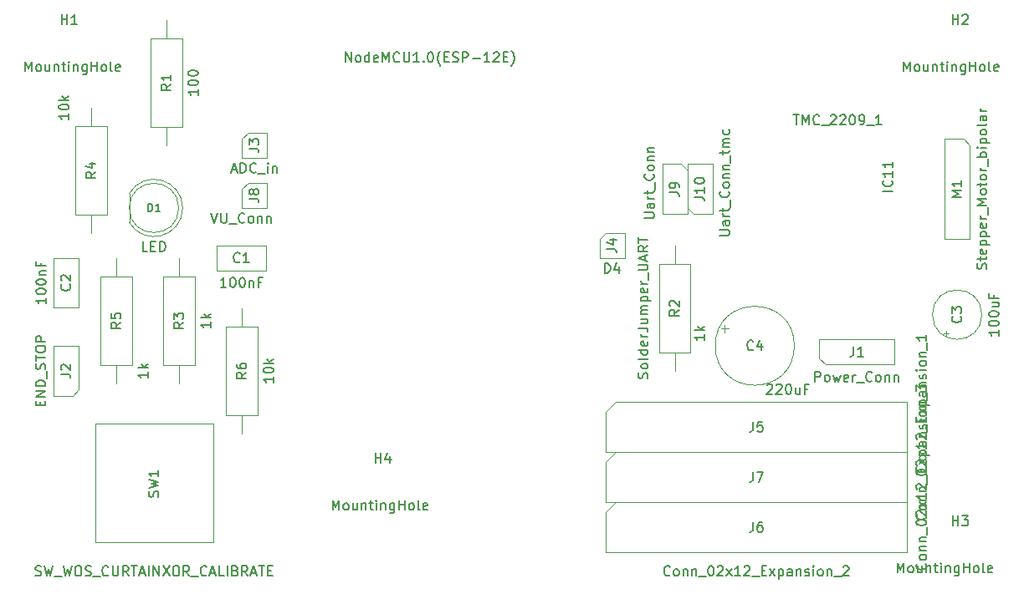
<source format=gbr>
G04 #@! TF.GenerationSoftware,KiCad,Pcbnew,(5.1.12)-1*
G04 #@! TF.CreationDate,2022-02-06T22:11:33+01:00*
G04 #@! TF.ProjectId,curtain_wiring,63757274-6169-46e5-9f77-6972696e672e,rev?*
G04 #@! TF.SameCoordinates,Original*
G04 #@! TF.FileFunction,AssemblyDrawing,Top*
%FSLAX46Y46*%
G04 Gerber Fmt 4.6, Leading zero omitted, Abs format (unit mm)*
G04 Created by KiCad (PCBNEW (5.1.12)-1) date 2022-02-06 22:11:33*
%MOMM*%
%LPD*%
G01*
G04 APERTURE LIST*
%ADD10C,0.100000*%
%ADD11C,0.150000*%
%ADD12C,0.200000*%
G04 APERTURE END LIST*
D10*
X135890000Y-117475000D02*
X135890000Y-113395000D01*
X135890000Y-113395000D02*
X136890000Y-112395000D01*
X136890000Y-112395000D02*
X166370000Y-112395000D01*
X166370000Y-112395000D02*
X166370000Y-117475000D01*
X166370000Y-117475000D02*
X135890000Y-117475000D01*
X101520000Y-91460000D02*
X96520000Y-91460000D01*
X101520000Y-93960000D02*
X101520000Y-91460000D01*
X96520000Y-93960000D02*
X101520000Y-93960000D01*
X96520000Y-91460000D02*
X96520000Y-93960000D01*
X82530000Y-92710000D02*
X80030000Y-92710000D01*
X80030000Y-92710000D02*
X80030000Y-97710000D01*
X80030000Y-97710000D02*
X82530000Y-97710000D01*
X82530000Y-97710000D02*
X82530000Y-92710000D01*
X170112500Y-100328605D02*
X170612500Y-100328605D01*
X170362500Y-100578605D02*
X170362500Y-100078605D01*
X173950000Y-98445000D02*
G75*
G03*
X173950000Y-98445000I-2500000J0D01*
G01*
X147948241Y-99452500D02*
X147948241Y-100252500D01*
X147548241Y-99852500D02*
X148348241Y-99852500D01*
X154975000Y-101600000D02*
G75*
G03*
X154975000Y-101600000I-4000000J0D01*
G01*
X92670000Y-87630000D02*
G75*
G03*
X92670000Y-87630000I-2500000J0D01*
G01*
X87670000Y-86160306D02*
X87670000Y-89099694D01*
X87669984Y-89099666D02*
G75*
G03*
X87670000Y-86160306I2500016J1469666D01*
G01*
X157480000Y-102870000D02*
X157480000Y-100965000D01*
X157480000Y-100965000D02*
X165100000Y-100965000D01*
X165100000Y-100965000D02*
X165100000Y-103505000D01*
X165100000Y-103505000D02*
X158115000Y-103505000D01*
X158115000Y-103505000D02*
X157480000Y-102870000D01*
X81915000Y-106680000D02*
X80010000Y-106680000D01*
X80010000Y-106680000D02*
X80010000Y-101600000D01*
X80010000Y-101600000D02*
X82550000Y-101600000D01*
X82550000Y-101600000D02*
X82550000Y-106045000D01*
X82550000Y-106045000D02*
X81915000Y-106680000D01*
X99060000Y-80645000D02*
X99695000Y-80010000D01*
X99060000Y-82550000D02*
X99060000Y-80645000D01*
X101600000Y-82550000D02*
X99060000Y-82550000D01*
X101600000Y-80010000D02*
X101600000Y-82550000D01*
X99695000Y-80010000D02*
X101600000Y-80010000D01*
X135890000Y-90170000D02*
X137795000Y-90170000D01*
X137795000Y-90170000D02*
X137795000Y-92710000D01*
X137795000Y-92710000D02*
X135255000Y-92710000D01*
X135255000Y-92710000D02*
X135255000Y-90805000D01*
X135255000Y-90805000D02*
X135890000Y-90170000D01*
X135890000Y-112395000D02*
X135890000Y-108315000D01*
X135890000Y-108315000D02*
X136890000Y-107315000D01*
X136890000Y-107315000D02*
X166370000Y-107315000D01*
X166370000Y-107315000D02*
X166370000Y-112395000D01*
X166370000Y-112395000D02*
X135890000Y-112395000D01*
X166370000Y-122555000D02*
X135890000Y-122555000D01*
X166370000Y-117475000D02*
X166370000Y-122555000D01*
X136890000Y-117475000D02*
X166370000Y-117475000D01*
X135890000Y-118475000D02*
X136890000Y-117475000D01*
X135890000Y-122555000D02*
X135890000Y-118475000D01*
X99695000Y-85090000D02*
X101600000Y-85090000D01*
X101600000Y-85090000D02*
X101600000Y-87630000D01*
X101600000Y-87630000D02*
X99060000Y-87630000D01*
X99060000Y-87630000D02*
X99060000Y-85725000D01*
X99060000Y-85725000D02*
X99695000Y-85090000D01*
X141605000Y-83185000D02*
X143510000Y-83185000D01*
X143510000Y-83185000D02*
X144145000Y-83820000D01*
X144145000Y-83820000D02*
X144145000Y-88265000D01*
X144145000Y-88265000D02*
X141605000Y-88265000D01*
X141605000Y-88265000D02*
X141605000Y-83185000D01*
X146685000Y-83185000D02*
X146685000Y-88265000D01*
X144145000Y-83185000D02*
X146685000Y-83185000D01*
X144145000Y-87630000D02*
X144145000Y-83185000D01*
X144780000Y-88265000D02*
X144145000Y-87630000D01*
X146685000Y-88265000D02*
X144780000Y-88265000D01*
X170180000Y-80645000D02*
X172085000Y-80645000D01*
X172085000Y-80645000D02*
X172720000Y-81280000D01*
X172720000Y-81280000D02*
X172720000Y-90805000D01*
X172720000Y-90805000D02*
X170180000Y-90805000D01*
X170180000Y-90805000D02*
X170180000Y-80645000D01*
X89840000Y-79430000D02*
X93040000Y-79430000D01*
X93040000Y-79430000D02*
X93040000Y-70430000D01*
X93040000Y-70430000D02*
X89840000Y-70430000D01*
X89840000Y-70430000D02*
X89840000Y-79430000D01*
X91440000Y-81280000D02*
X91440000Y-79430000D01*
X91440000Y-68580000D02*
X91440000Y-70430000D01*
X142875000Y-104140000D02*
X142875000Y-102290000D01*
X142875000Y-91440000D02*
X142875000Y-93290000D01*
X144475000Y-102290000D02*
X144475000Y-93290000D01*
X141275000Y-102290000D02*
X144475000Y-102290000D01*
X141275000Y-93290000D02*
X141275000Y-102290000D01*
X144475000Y-93290000D02*
X141275000Y-93290000D01*
X92710000Y-92710000D02*
X92710000Y-94560000D01*
X92710000Y-105410000D02*
X92710000Y-103560000D01*
X91110000Y-94560000D02*
X91110000Y-103560000D01*
X94310000Y-94560000D02*
X91110000Y-94560000D01*
X94310000Y-103560000D02*
X94310000Y-94560000D01*
X91110000Y-103560000D02*
X94310000Y-103560000D01*
X83820000Y-90170000D02*
X83820000Y-88320000D01*
X83820000Y-77470000D02*
X83820000Y-79320000D01*
X85420000Y-88320000D02*
X85420000Y-79320000D01*
X82220000Y-88320000D02*
X85420000Y-88320000D01*
X82220000Y-79320000D02*
X82220000Y-88320000D01*
X85420000Y-79320000D02*
X82220000Y-79320000D01*
X84760000Y-103560000D02*
X87960000Y-103560000D01*
X87960000Y-103560000D02*
X87960000Y-94560000D01*
X87960000Y-94560000D02*
X84760000Y-94560000D01*
X84760000Y-94560000D02*
X84760000Y-103560000D01*
X86360000Y-105410000D02*
X86360000Y-103560000D01*
X86360000Y-92710000D02*
X86360000Y-94560000D01*
X97460000Y-108640000D02*
X100660000Y-108640000D01*
X100660000Y-108640000D02*
X100660000Y-99640000D01*
X100660000Y-99640000D02*
X97460000Y-99640000D01*
X97460000Y-99640000D02*
X97460000Y-108640000D01*
X99060000Y-110490000D02*
X99060000Y-108640000D01*
X99060000Y-97790000D02*
X99060000Y-99640000D01*
X84210000Y-109470000D02*
X84210000Y-121470000D01*
X96210000Y-109470000D02*
X96210000Y-121470000D01*
X96210000Y-121470000D02*
X84210000Y-121470000D01*
X96210000Y-109470000D02*
X84210000Y-109470000D01*
D11*
X168227142Y-123673095D02*
X168274761Y-123720714D01*
X168322380Y-123863571D01*
X168322380Y-123958809D01*
X168274761Y-124101666D01*
X168179523Y-124196904D01*
X168084285Y-124244523D01*
X167893809Y-124292142D01*
X167750952Y-124292142D01*
X167560476Y-124244523D01*
X167465238Y-124196904D01*
X167370000Y-124101666D01*
X167322380Y-123958809D01*
X167322380Y-123863571D01*
X167370000Y-123720714D01*
X167417619Y-123673095D01*
X168322380Y-123101666D02*
X168274761Y-123196904D01*
X168227142Y-123244523D01*
X168131904Y-123292142D01*
X167846190Y-123292142D01*
X167750952Y-123244523D01*
X167703333Y-123196904D01*
X167655714Y-123101666D01*
X167655714Y-122958809D01*
X167703333Y-122863571D01*
X167750952Y-122815952D01*
X167846190Y-122768333D01*
X168131904Y-122768333D01*
X168227142Y-122815952D01*
X168274761Y-122863571D01*
X168322380Y-122958809D01*
X168322380Y-123101666D01*
X167655714Y-122339761D02*
X168322380Y-122339761D01*
X167750952Y-122339761D02*
X167703333Y-122292142D01*
X167655714Y-122196904D01*
X167655714Y-122054047D01*
X167703333Y-121958809D01*
X167798571Y-121911190D01*
X168322380Y-121911190D01*
X167655714Y-121435000D02*
X168322380Y-121435000D01*
X167750952Y-121435000D02*
X167703333Y-121387380D01*
X167655714Y-121292142D01*
X167655714Y-121149285D01*
X167703333Y-121054047D01*
X167798571Y-121006428D01*
X168322380Y-121006428D01*
X168417619Y-120768333D02*
X168417619Y-120006428D01*
X167322380Y-119577857D02*
X167322380Y-119482619D01*
X167370000Y-119387380D01*
X167417619Y-119339761D01*
X167512857Y-119292142D01*
X167703333Y-119244523D01*
X167941428Y-119244523D01*
X168131904Y-119292142D01*
X168227142Y-119339761D01*
X168274761Y-119387380D01*
X168322380Y-119482619D01*
X168322380Y-119577857D01*
X168274761Y-119673095D01*
X168227142Y-119720714D01*
X168131904Y-119768333D01*
X167941428Y-119815952D01*
X167703333Y-119815952D01*
X167512857Y-119768333D01*
X167417619Y-119720714D01*
X167370000Y-119673095D01*
X167322380Y-119577857D01*
X167417619Y-118863571D02*
X167370000Y-118815952D01*
X167322380Y-118720714D01*
X167322380Y-118482619D01*
X167370000Y-118387380D01*
X167417619Y-118339761D01*
X167512857Y-118292142D01*
X167608095Y-118292142D01*
X167750952Y-118339761D01*
X168322380Y-118911190D01*
X168322380Y-118292142D01*
X168322380Y-117958809D02*
X167655714Y-117435000D01*
X167655714Y-117958809D02*
X168322380Y-117435000D01*
X168322380Y-116530238D02*
X168322380Y-117101666D01*
X168322380Y-116815952D02*
X167322380Y-116815952D01*
X167465238Y-116911190D01*
X167560476Y-117006428D01*
X167608095Y-117101666D01*
X167417619Y-116149285D02*
X167370000Y-116101666D01*
X167322380Y-116006428D01*
X167322380Y-115768333D01*
X167370000Y-115673095D01*
X167417619Y-115625476D01*
X167512857Y-115577857D01*
X167608095Y-115577857D01*
X167750952Y-115625476D01*
X168322380Y-116196904D01*
X168322380Y-115577857D01*
X168417619Y-115387380D02*
X168417619Y-114625476D01*
X167798571Y-114387380D02*
X167798571Y-114054047D01*
X168322380Y-113911190D02*
X168322380Y-114387380D01*
X167322380Y-114387380D01*
X167322380Y-113911190D01*
X168322380Y-113577857D02*
X167655714Y-113054047D01*
X167655714Y-113577857D02*
X168322380Y-113054047D01*
X167655714Y-112673095D02*
X168655714Y-112673095D01*
X167703333Y-112673095D02*
X167655714Y-112577857D01*
X167655714Y-112387380D01*
X167703333Y-112292142D01*
X167750952Y-112244523D01*
X167846190Y-112196904D01*
X168131904Y-112196904D01*
X168227142Y-112244523D01*
X168274761Y-112292142D01*
X168322380Y-112387380D01*
X168322380Y-112577857D01*
X168274761Y-112673095D01*
X168322380Y-111339761D02*
X167798571Y-111339761D01*
X167703333Y-111387380D01*
X167655714Y-111482619D01*
X167655714Y-111673095D01*
X167703333Y-111768333D01*
X168274761Y-111339761D02*
X168322380Y-111435000D01*
X168322380Y-111673095D01*
X168274761Y-111768333D01*
X168179523Y-111815952D01*
X168084285Y-111815952D01*
X167989047Y-111768333D01*
X167941428Y-111673095D01*
X167941428Y-111435000D01*
X167893809Y-111339761D01*
X167655714Y-110863571D02*
X168322380Y-110863571D01*
X167750952Y-110863571D02*
X167703333Y-110815952D01*
X167655714Y-110720714D01*
X167655714Y-110577857D01*
X167703333Y-110482619D01*
X167798571Y-110435000D01*
X168322380Y-110435000D01*
X168274761Y-110006428D02*
X168322380Y-109911190D01*
X168322380Y-109720714D01*
X168274761Y-109625476D01*
X168179523Y-109577857D01*
X168131904Y-109577857D01*
X168036666Y-109625476D01*
X167989047Y-109720714D01*
X167989047Y-109863571D01*
X167941428Y-109958809D01*
X167846190Y-110006428D01*
X167798571Y-110006428D01*
X167703333Y-109958809D01*
X167655714Y-109863571D01*
X167655714Y-109720714D01*
X167703333Y-109625476D01*
X168322380Y-109149285D02*
X167655714Y-109149285D01*
X167322380Y-109149285D02*
X167370000Y-109196904D01*
X167417619Y-109149285D01*
X167370000Y-109101666D01*
X167322380Y-109149285D01*
X167417619Y-109149285D01*
X168322380Y-108530238D02*
X168274761Y-108625476D01*
X168227142Y-108673095D01*
X168131904Y-108720714D01*
X167846190Y-108720714D01*
X167750952Y-108673095D01*
X167703333Y-108625476D01*
X167655714Y-108530238D01*
X167655714Y-108387380D01*
X167703333Y-108292142D01*
X167750952Y-108244523D01*
X167846190Y-108196904D01*
X168131904Y-108196904D01*
X168227142Y-108244523D01*
X168274761Y-108292142D01*
X168322380Y-108387380D01*
X168322380Y-108530238D01*
X167655714Y-107768333D02*
X168322380Y-107768333D01*
X167750952Y-107768333D02*
X167703333Y-107720714D01*
X167655714Y-107625476D01*
X167655714Y-107482619D01*
X167703333Y-107387380D01*
X167798571Y-107339761D01*
X168322380Y-107339761D01*
X168417619Y-107101666D02*
X168417619Y-106339761D01*
X167322380Y-106196904D02*
X167322380Y-105577857D01*
X167703333Y-105911190D01*
X167703333Y-105768333D01*
X167750952Y-105673095D01*
X167798571Y-105625476D01*
X167893809Y-105577857D01*
X168131904Y-105577857D01*
X168227142Y-105625476D01*
X168274761Y-105673095D01*
X168322380Y-105768333D01*
X168322380Y-106054047D01*
X168274761Y-106149285D01*
X168227142Y-106196904D01*
X150796666Y-114387380D02*
X150796666Y-115101666D01*
X150749047Y-115244523D01*
X150653809Y-115339761D01*
X150510952Y-115387380D01*
X150415714Y-115387380D01*
X151177619Y-114387380D02*
X151844285Y-114387380D01*
X151415714Y-115387380D01*
X97472380Y-95662380D02*
X96900952Y-95662380D01*
X97186666Y-95662380D02*
X97186666Y-94662380D01*
X97091428Y-94805238D01*
X96996190Y-94900476D01*
X96900952Y-94948095D01*
X98091428Y-94662380D02*
X98186666Y-94662380D01*
X98281904Y-94710000D01*
X98329523Y-94757619D01*
X98377142Y-94852857D01*
X98424761Y-95043333D01*
X98424761Y-95281428D01*
X98377142Y-95471904D01*
X98329523Y-95567142D01*
X98281904Y-95614761D01*
X98186666Y-95662380D01*
X98091428Y-95662380D01*
X97996190Y-95614761D01*
X97948571Y-95567142D01*
X97900952Y-95471904D01*
X97853333Y-95281428D01*
X97853333Y-95043333D01*
X97900952Y-94852857D01*
X97948571Y-94757619D01*
X97996190Y-94710000D01*
X98091428Y-94662380D01*
X99043809Y-94662380D02*
X99139047Y-94662380D01*
X99234285Y-94710000D01*
X99281904Y-94757619D01*
X99329523Y-94852857D01*
X99377142Y-95043333D01*
X99377142Y-95281428D01*
X99329523Y-95471904D01*
X99281904Y-95567142D01*
X99234285Y-95614761D01*
X99139047Y-95662380D01*
X99043809Y-95662380D01*
X98948571Y-95614761D01*
X98900952Y-95567142D01*
X98853333Y-95471904D01*
X98805714Y-95281428D01*
X98805714Y-95043333D01*
X98853333Y-94852857D01*
X98900952Y-94757619D01*
X98948571Y-94710000D01*
X99043809Y-94662380D01*
X99805714Y-94995714D02*
X99805714Y-95662380D01*
X99805714Y-95090952D02*
X99853333Y-95043333D01*
X99948571Y-94995714D01*
X100091428Y-94995714D01*
X100186666Y-95043333D01*
X100234285Y-95138571D01*
X100234285Y-95662380D01*
X101043809Y-95138571D02*
X100710476Y-95138571D01*
X100710476Y-95662380D02*
X100710476Y-94662380D01*
X101186666Y-94662380D01*
X98853333Y-93067142D02*
X98805714Y-93114761D01*
X98662857Y-93162380D01*
X98567619Y-93162380D01*
X98424761Y-93114761D01*
X98329523Y-93019523D01*
X98281904Y-92924285D01*
X98234285Y-92733809D01*
X98234285Y-92590952D01*
X98281904Y-92400476D01*
X98329523Y-92305238D01*
X98424761Y-92210000D01*
X98567619Y-92162380D01*
X98662857Y-92162380D01*
X98805714Y-92210000D01*
X98853333Y-92257619D01*
X99805714Y-93162380D02*
X99234285Y-93162380D01*
X99520000Y-93162380D02*
X99520000Y-92162380D01*
X99424761Y-92305238D01*
X99329523Y-92400476D01*
X99234285Y-92448095D01*
X79232380Y-96757619D02*
X79232380Y-97329047D01*
X79232380Y-97043333D02*
X78232380Y-97043333D01*
X78375238Y-97138571D01*
X78470476Y-97233809D01*
X78518095Y-97329047D01*
X78232380Y-96138571D02*
X78232380Y-96043333D01*
X78280000Y-95948095D01*
X78327619Y-95900476D01*
X78422857Y-95852857D01*
X78613333Y-95805238D01*
X78851428Y-95805238D01*
X79041904Y-95852857D01*
X79137142Y-95900476D01*
X79184761Y-95948095D01*
X79232380Y-96043333D01*
X79232380Y-96138571D01*
X79184761Y-96233809D01*
X79137142Y-96281428D01*
X79041904Y-96329047D01*
X78851428Y-96376666D01*
X78613333Y-96376666D01*
X78422857Y-96329047D01*
X78327619Y-96281428D01*
X78280000Y-96233809D01*
X78232380Y-96138571D01*
X78232380Y-95186190D02*
X78232380Y-95090952D01*
X78280000Y-94995714D01*
X78327619Y-94948095D01*
X78422857Y-94900476D01*
X78613333Y-94852857D01*
X78851428Y-94852857D01*
X79041904Y-94900476D01*
X79137142Y-94948095D01*
X79184761Y-94995714D01*
X79232380Y-95090952D01*
X79232380Y-95186190D01*
X79184761Y-95281428D01*
X79137142Y-95329047D01*
X79041904Y-95376666D01*
X78851428Y-95424285D01*
X78613333Y-95424285D01*
X78422857Y-95376666D01*
X78327619Y-95329047D01*
X78280000Y-95281428D01*
X78232380Y-95186190D01*
X78565714Y-94424285D02*
X79232380Y-94424285D01*
X78660952Y-94424285D02*
X78613333Y-94376666D01*
X78565714Y-94281428D01*
X78565714Y-94138571D01*
X78613333Y-94043333D01*
X78708571Y-93995714D01*
X79232380Y-93995714D01*
X78708571Y-93186190D02*
X78708571Y-93519523D01*
X79232380Y-93519523D02*
X78232380Y-93519523D01*
X78232380Y-93043333D01*
X81637142Y-95376666D02*
X81684761Y-95424285D01*
X81732380Y-95567142D01*
X81732380Y-95662380D01*
X81684761Y-95805238D01*
X81589523Y-95900476D01*
X81494285Y-95948095D01*
X81303809Y-95995714D01*
X81160952Y-95995714D01*
X80970476Y-95948095D01*
X80875238Y-95900476D01*
X80780000Y-95805238D01*
X80732380Y-95662380D01*
X80732380Y-95567142D01*
X80780000Y-95424285D01*
X80827619Y-95376666D01*
X80827619Y-94995714D02*
X80780000Y-94948095D01*
X80732380Y-94852857D01*
X80732380Y-94614761D01*
X80780000Y-94519523D01*
X80827619Y-94471904D01*
X80922857Y-94424285D01*
X81018095Y-94424285D01*
X81160952Y-94471904D01*
X81732380Y-95043333D01*
X81732380Y-94424285D01*
X175652380Y-99992619D02*
X175652380Y-100564047D01*
X175652380Y-100278333D02*
X174652380Y-100278333D01*
X174795238Y-100373571D01*
X174890476Y-100468809D01*
X174938095Y-100564047D01*
X174652380Y-99373571D02*
X174652380Y-99278333D01*
X174700000Y-99183095D01*
X174747619Y-99135476D01*
X174842857Y-99087857D01*
X175033333Y-99040238D01*
X175271428Y-99040238D01*
X175461904Y-99087857D01*
X175557142Y-99135476D01*
X175604761Y-99183095D01*
X175652380Y-99278333D01*
X175652380Y-99373571D01*
X175604761Y-99468809D01*
X175557142Y-99516428D01*
X175461904Y-99564047D01*
X175271428Y-99611666D01*
X175033333Y-99611666D01*
X174842857Y-99564047D01*
X174747619Y-99516428D01*
X174700000Y-99468809D01*
X174652380Y-99373571D01*
X174652380Y-98421190D02*
X174652380Y-98325952D01*
X174700000Y-98230714D01*
X174747619Y-98183095D01*
X174842857Y-98135476D01*
X175033333Y-98087857D01*
X175271428Y-98087857D01*
X175461904Y-98135476D01*
X175557142Y-98183095D01*
X175604761Y-98230714D01*
X175652380Y-98325952D01*
X175652380Y-98421190D01*
X175604761Y-98516428D01*
X175557142Y-98564047D01*
X175461904Y-98611666D01*
X175271428Y-98659285D01*
X175033333Y-98659285D01*
X174842857Y-98611666D01*
X174747619Y-98564047D01*
X174700000Y-98516428D01*
X174652380Y-98421190D01*
X174985714Y-97230714D02*
X175652380Y-97230714D01*
X174985714Y-97659285D02*
X175509523Y-97659285D01*
X175604761Y-97611666D01*
X175652380Y-97516428D01*
X175652380Y-97373571D01*
X175604761Y-97278333D01*
X175557142Y-97230714D01*
X175128571Y-96421190D02*
X175128571Y-96754523D01*
X175652380Y-96754523D02*
X174652380Y-96754523D01*
X174652380Y-96278333D01*
X171807142Y-98611666D02*
X171854761Y-98659285D01*
X171902380Y-98802142D01*
X171902380Y-98897380D01*
X171854761Y-99040238D01*
X171759523Y-99135476D01*
X171664285Y-99183095D01*
X171473809Y-99230714D01*
X171330952Y-99230714D01*
X171140476Y-99183095D01*
X171045238Y-99135476D01*
X170950000Y-99040238D01*
X170902380Y-98897380D01*
X170902380Y-98802142D01*
X170950000Y-98659285D01*
X170997619Y-98611666D01*
X170902380Y-98278333D02*
X170902380Y-97659285D01*
X171283333Y-97992619D01*
X171283333Y-97849761D01*
X171330952Y-97754523D01*
X171378571Y-97706904D01*
X171473809Y-97659285D01*
X171711904Y-97659285D01*
X171807142Y-97706904D01*
X171854761Y-97754523D01*
X171902380Y-97849761D01*
X171902380Y-98135476D01*
X171854761Y-98230714D01*
X171807142Y-98278333D01*
X152185952Y-105592619D02*
X152233571Y-105545000D01*
X152328809Y-105497380D01*
X152566904Y-105497380D01*
X152662142Y-105545000D01*
X152709761Y-105592619D01*
X152757380Y-105687857D01*
X152757380Y-105783095D01*
X152709761Y-105925952D01*
X152138333Y-106497380D01*
X152757380Y-106497380D01*
X153138333Y-105592619D02*
X153185952Y-105545000D01*
X153281190Y-105497380D01*
X153519285Y-105497380D01*
X153614523Y-105545000D01*
X153662142Y-105592619D01*
X153709761Y-105687857D01*
X153709761Y-105783095D01*
X153662142Y-105925952D01*
X153090714Y-106497380D01*
X153709761Y-106497380D01*
X154328809Y-105497380D02*
X154424047Y-105497380D01*
X154519285Y-105545000D01*
X154566904Y-105592619D01*
X154614523Y-105687857D01*
X154662142Y-105878333D01*
X154662142Y-106116428D01*
X154614523Y-106306904D01*
X154566904Y-106402142D01*
X154519285Y-106449761D01*
X154424047Y-106497380D01*
X154328809Y-106497380D01*
X154233571Y-106449761D01*
X154185952Y-106402142D01*
X154138333Y-106306904D01*
X154090714Y-106116428D01*
X154090714Y-105878333D01*
X154138333Y-105687857D01*
X154185952Y-105592619D01*
X154233571Y-105545000D01*
X154328809Y-105497380D01*
X155519285Y-105830714D02*
X155519285Y-106497380D01*
X155090714Y-105830714D02*
X155090714Y-106354523D01*
X155138333Y-106449761D01*
X155233571Y-106497380D01*
X155376428Y-106497380D01*
X155471666Y-106449761D01*
X155519285Y-106402142D01*
X156328809Y-105973571D02*
X155995476Y-105973571D01*
X155995476Y-106497380D02*
X155995476Y-105497380D01*
X156471666Y-105497380D01*
X150808333Y-101957142D02*
X150760714Y-102004761D01*
X150617857Y-102052380D01*
X150522619Y-102052380D01*
X150379761Y-102004761D01*
X150284523Y-101909523D01*
X150236904Y-101814285D01*
X150189285Y-101623809D01*
X150189285Y-101480952D01*
X150236904Y-101290476D01*
X150284523Y-101195238D01*
X150379761Y-101100000D01*
X150522619Y-101052380D01*
X150617857Y-101052380D01*
X150760714Y-101100000D01*
X150808333Y-101147619D01*
X151665476Y-101385714D02*
X151665476Y-102052380D01*
X151427380Y-101004761D02*
X151189285Y-101719047D01*
X151808333Y-101719047D01*
X89527142Y-92042380D02*
X89050952Y-92042380D01*
X89050952Y-91042380D01*
X89860476Y-91518571D02*
X90193809Y-91518571D01*
X90336666Y-92042380D02*
X89860476Y-92042380D01*
X89860476Y-91042380D01*
X90336666Y-91042380D01*
X90765238Y-92042380D02*
X90765238Y-91042380D01*
X91003333Y-91042380D01*
X91146190Y-91090000D01*
X91241428Y-91185238D01*
X91289047Y-91280476D01*
X91336666Y-91470952D01*
X91336666Y-91613809D01*
X91289047Y-91804285D01*
X91241428Y-91899523D01*
X91146190Y-91994761D01*
X91003333Y-92042380D01*
X90765238Y-92042380D01*
D12*
X89559523Y-87991904D02*
X89559523Y-87191904D01*
X89750000Y-87191904D01*
X89864285Y-87230000D01*
X89940476Y-87306190D01*
X89978571Y-87382380D01*
X90016666Y-87534761D01*
X90016666Y-87649047D01*
X89978571Y-87801428D01*
X89940476Y-87877619D01*
X89864285Y-87953809D01*
X89750000Y-87991904D01*
X89559523Y-87991904D01*
X90778571Y-87991904D02*
X90321428Y-87991904D01*
X90550000Y-87991904D02*
X90550000Y-87191904D01*
X90473809Y-87306190D01*
X90397619Y-87382380D01*
X90321428Y-87420476D01*
D11*
X77129285Y-73782380D02*
X77129285Y-72782380D01*
X77462619Y-73496666D01*
X77795952Y-72782380D01*
X77795952Y-73782380D01*
X78415000Y-73782380D02*
X78319761Y-73734761D01*
X78272142Y-73687142D01*
X78224523Y-73591904D01*
X78224523Y-73306190D01*
X78272142Y-73210952D01*
X78319761Y-73163333D01*
X78415000Y-73115714D01*
X78557857Y-73115714D01*
X78653095Y-73163333D01*
X78700714Y-73210952D01*
X78748333Y-73306190D01*
X78748333Y-73591904D01*
X78700714Y-73687142D01*
X78653095Y-73734761D01*
X78557857Y-73782380D01*
X78415000Y-73782380D01*
X79605476Y-73115714D02*
X79605476Y-73782380D01*
X79176904Y-73115714D02*
X79176904Y-73639523D01*
X79224523Y-73734761D01*
X79319761Y-73782380D01*
X79462619Y-73782380D01*
X79557857Y-73734761D01*
X79605476Y-73687142D01*
X80081666Y-73115714D02*
X80081666Y-73782380D01*
X80081666Y-73210952D02*
X80129285Y-73163333D01*
X80224523Y-73115714D01*
X80367380Y-73115714D01*
X80462619Y-73163333D01*
X80510238Y-73258571D01*
X80510238Y-73782380D01*
X80843571Y-73115714D02*
X81224523Y-73115714D01*
X80986428Y-72782380D02*
X80986428Y-73639523D01*
X81034047Y-73734761D01*
X81129285Y-73782380D01*
X81224523Y-73782380D01*
X81557857Y-73782380D02*
X81557857Y-73115714D01*
X81557857Y-72782380D02*
X81510238Y-72830000D01*
X81557857Y-72877619D01*
X81605476Y-72830000D01*
X81557857Y-72782380D01*
X81557857Y-72877619D01*
X82034047Y-73115714D02*
X82034047Y-73782380D01*
X82034047Y-73210952D02*
X82081666Y-73163333D01*
X82176904Y-73115714D01*
X82319761Y-73115714D01*
X82415000Y-73163333D01*
X82462619Y-73258571D01*
X82462619Y-73782380D01*
X83367380Y-73115714D02*
X83367380Y-73925238D01*
X83319761Y-74020476D01*
X83272142Y-74068095D01*
X83176904Y-74115714D01*
X83034047Y-74115714D01*
X82938809Y-74068095D01*
X83367380Y-73734761D02*
X83272142Y-73782380D01*
X83081666Y-73782380D01*
X82986428Y-73734761D01*
X82938809Y-73687142D01*
X82891190Y-73591904D01*
X82891190Y-73306190D01*
X82938809Y-73210952D01*
X82986428Y-73163333D01*
X83081666Y-73115714D01*
X83272142Y-73115714D01*
X83367380Y-73163333D01*
X83843571Y-73782380D02*
X83843571Y-72782380D01*
X83843571Y-73258571D02*
X84415000Y-73258571D01*
X84415000Y-73782380D02*
X84415000Y-72782380D01*
X85034047Y-73782380D02*
X84938809Y-73734761D01*
X84891190Y-73687142D01*
X84843571Y-73591904D01*
X84843571Y-73306190D01*
X84891190Y-73210952D01*
X84938809Y-73163333D01*
X85034047Y-73115714D01*
X85176904Y-73115714D01*
X85272142Y-73163333D01*
X85319761Y-73210952D01*
X85367380Y-73306190D01*
X85367380Y-73591904D01*
X85319761Y-73687142D01*
X85272142Y-73734761D01*
X85176904Y-73782380D01*
X85034047Y-73782380D01*
X85938809Y-73782380D02*
X85843571Y-73734761D01*
X85795952Y-73639523D01*
X85795952Y-72782380D01*
X86700714Y-73734761D02*
X86605476Y-73782380D01*
X86415000Y-73782380D01*
X86319761Y-73734761D01*
X86272142Y-73639523D01*
X86272142Y-73258571D01*
X86319761Y-73163333D01*
X86415000Y-73115714D01*
X86605476Y-73115714D01*
X86700714Y-73163333D01*
X86748333Y-73258571D01*
X86748333Y-73353809D01*
X86272142Y-73449047D01*
X80818095Y-69032380D02*
X80818095Y-68032380D01*
X80818095Y-68508571D02*
X81389523Y-68508571D01*
X81389523Y-69032380D02*
X81389523Y-68032380D01*
X82389523Y-69032380D02*
X81818095Y-69032380D01*
X82103809Y-69032380D02*
X82103809Y-68032380D01*
X82008571Y-68175238D01*
X81913333Y-68270476D01*
X81818095Y-68318095D01*
X166029285Y-73782380D02*
X166029285Y-72782380D01*
X166362619Y-73496666D01*
X166695952Y-72782380D01*
X166695952Y-73782380D01*
X167315000Y-73782380D02*
X167219761Y-73734761D01*
X167172142Y-73687142D01*
X167124523Y-73591904D01*
X167124523Y-73306190D01*
X167172142Y-73210952D01*
X167219761Y-73163333D01*
X167315000Y-73115714D01*
X167457857Y-73115714D01*
X167553095Y-73163333D01*
X167600714Y-73210952D01*
X167648333Y-73306190D01*
X167648333Y-73591904D01*
X167600714Y-73687142D01*
X167553095Y-73734761D01*
X167457857Y-73782380D01*
X167315000Y-73782380D01*
X168505476Y-73115714D02*
X168505476Y-73782380D01*
X168076904Y-73115714D02*
X168076904Y-73639523D01*
X168124523Y-73734761D01*
X168219761Y-73782380D01*
X168362619Y-73782380D01*
X168457857Y-73734761D01*
X168505476Y-73687142D01*
X168981666Y-73115714D02*
X168981666Y-73782380D01*
X168981666Y-73210952D02*
X169029285Y-73163333D01*
X169124523Y-73115714D01*
X169267380Y-73115714D01*
X169362619Y-73163333D01*
X169410238Y-73258571D01*
X169410238Y-73782380D01*
X169743571Y-73115714D02*
X170124523Y-73115714D01*
X169886428Y-72782380D02*
X169886428Y-73639523D01*
X169934047Y-73734761D01*
X170029285Y-73782380D01*
X170124523Y-73782380D01*
X170457857Y-73782380D02*
X170457857Y-73115714D01*
X170457857Y-72782380D02*
X170410238Y-72830000D01*
X170457857Y-72877619D01*
X170505476Y-72830000D01*
X170457857Y-72782380D01*
X170457857Y-72877619D01*
X170934047Y-73115714D02*
X170934047Y-73782380D01*
X170934047Y-73210952D02*
X170981666Y-73163333D01*
X171076904Y-73115714D01*
X171219761Y-73115714D01*
X171315000Y-73163333D01*
X171362619Y-73258571D01*
X171362619Y-73782380D01*
X172267380Y-73115714D02*
X172267380Y-73925238D01*
X172219761Y-74020476D01*
X172172142Y-74068095D01*
X172076904Y-74115714D01*
X171934047Y-74115714D01*
X171838809Y-74068095D01*
X172267380Y-73734761D02*
X172172142Y-73782380D01*
X171981666Y-73782380D01*
X171886428Y-73734761D01*
X171838809Y-73687142D01*
X171791190Y-73591904D01*
X171791190Y-73306190D01*
X171838809Y-73210952D01*
X171886428Y-73163333D01*
X171981666Y-73115714D01*
X172172142Y-73115714D01*
X172267380Y-73163333D01*
X172743571Y-73782380D02*
X172743571Y-72782380D01*
X172743571Y-73258571D02*
X173315000Y-73258571D01*
X173315000Y-73782380D02*
X173315000Y-72782380D01*
X173934047Y-73782380D02*
X173838809Y-73734761D01*
X173791190Y-73687142D01*
X173743571Y-73591904D01*
X173743571Y-73306190D01*
X173791190Y-73210952D01*
X173838809Y-73163333D01*
X173934047Y-73115714D01*
X174076904Y-73115714D01*
X174172142Y-73163333D01*
X174219761Y-73210952D01*
X174267380Y-73306190D01*
X174267380Y-73591904D01*
X174219761Y-73687142D01*
X174172142Y-73734761D01*
X174076904Y-73782380D01*
X173934047Y-73782380D01*
X174838809Y-73782380D02*
X174743571Y-73734761D01*
X174695952Y-73639523D01*
X174695952Y-72782380D01*
X175600714Y-73734761D02*
X175505476Y-73782380D01*
X175315000Y-73782380D01*
X175219761Y-73734761D01*
X175172142Y-73639523D01*
X175172142Y-73258571D01*
X175219761Y-73163333D01*
X175315000Y-73115714D01*
X175505476Y-73115714D01*
X175600714Y-73163333D01*
X175648333Y-73258571D01*
X175648333Y-73353809D01*
X175172142Y-73449047D01*
X170988095Y-69032380D02*
X170988095Y-68032380D01*
X170988095Y-68508571D02*
X171559523Y-68508571D01*
X171559523Y-69032380D02*
X171559523Y-68032380D01*
X171988095Y-68127619D02*
X172035714Y-68080000D01*
X172130952Y-68032380D01*
X172369047Y-68032380D01*
X172464285Y-68080000D01*
X172511904Y-68127619D01*
X172559523Y-68222857D01*
X172559523Y-68318095D01*
X172511904Y-68460952D01*
X171940476Y-69032380D01*
X172559523Y-69032380D01*
X165394285Y-124582380D02*
X165394285Y-123582380D01*
X165727619Y-124296666D01*
X166060952Y-123582380D01*
X166060952Y-124582380D01*
X166680000Y-124582380D02*
X166584761Y-124534761D01*
X166537142Y-124487142D01*
X166489523Y-124391904D01*
X166489523Y-124106190D01*
X166537142Y-124010952D01*
X166584761Y-123963333D01*
X166680000Y-123915714D01*
X166822857Y-123915714D01*
X166918095Y-123963333D01*
X166965714Y-124010952D01*
X167013333Y-124106190D01*
X167013333Y-124391904D01*
X166965714Y-124487142D01*
X166918095Y-124534761D01*
X166822857Y-124582380D01*
X166680000Y-124582380D01*
X167870476Y-123915714D02*
X167870476Y-124582380D01*
X167441904Y-123915714D02*
X167441904Y-124439523D01*
X167489523Y-124534761D01*
X167584761Y-124582380D01*
X167727619Y-124582380D01*
X167822857Y-124534761D01*
X167870476Y-124487142D01*
X168346666Y-123915714D02*
X168346666Y-124582380D01*
X168346666Y-124010952D02*
X168394285Y-123963333D01*
X168489523Y-123915714D01*
X168632380Y-123915714D01*
X168727619Y-123963333D01*
X168775238Y-124058571D01*
X168775238Y-124582380D01*
X169108571Y-123915714D02*
X169489523Y-123915714D01*
X169251428Y-123582380D02*
X169251428Y-124439523D01*
X169299047Y-124534761D01*
X169394285Y-124582380D01*
X169489523Y-124582380D01*
X169822857Y-124582380D02*
X169822857Y-123915714D01*
X169822857Y-123582380D02*
X169775238Y-123630000D01*
X169822857Y-123677619D01*
X169870476Y-123630000D01*
X169822857Y-123582380D01*
X169822857Y-123677619D01*
X170299047Y-123915714D02*
X170299047Y-124582380D01*
X170299047Y-124010952D02*
X170346666Y-123963333D01*
X170441904Y-123915714D01*
X170584761Y-123915714D01*
X170680000Y-123963333D01*
X170727619Y-124058571D01*
X170727619Y-124582380D01*
X171632380Y-123915714D02*
X171632380Y-124725238D01*
X171584761Y-124820476D01*
X171537142Y-124868095D01*
X171441904Y-124915714D01*
X171299047Y-124915714D01*
X171203809Y-124868095D01*
X171632380Y-124534761D02*
X171537142Y-124582380D01*
X171346666Y-124582380D01*
X171251428Y-124534761D01*
X171203809Y-124487142D01*
X171156190Y-124391904D01*
X171156190Y-124106190D01*
X171203809Y-124010952D01*
X171251428Y-123963333D01*
X171346666Y-123915714D01*
X171537142Y-123915714D01*
X171632380Y-123963333D01*
X172108571Y-124582380D02*
X172108571Y-123582380D01*
X172108571Y-124058571D02*
X172680000Y-124058571D01*
X172680000Y-124582380D02*
X172680000Y-123582380D01*
X173299047Y-124582380D02*
X173203809Y-124534761D01*
X173156190Y-124487142D01*
X173108571Y-124391904D01*
X173108571Y-124106190D01*
X173156190Y-124010952D01*
X173203809Y-123963333D01*
X173299047Y-123915714D01*
X173441904Y-123915714D01*
X173537142Y-123963333D01*
X173584761Y-124010952D01*
X173632380Y-124106190D01*
X173632380Y-124391904D01*
X173584761Y-124487142D01*
X173537142Y-124534761D01*
X173441904Y-124582380D01*
X173299047Y-124582380D01*
X174203809Y-124582380D02*
X174108571Y-124534761D01*
X174060952Y-124439523D01*
X174060952Y-123582380D01*
X174965714Y-124534761D02*
X174870476Y-124582380D01*
X174680000Y-124582380D01*
X174584761Y-124534761D01*
X174537142Y-124439523D01*
X174537142Y-124058571D01*
X174584761Y-123963333D01*
X174680000Y-123915714D01*
X174870476Y-123915714D01*
X174965714Y-123963333D01*
X175013333Y-124058571D01*
X175013333Y-124153809D01*
X174537142Y-124249047D01*
X170988095Y-119832380D02*
X170988095Y-118832380D01*
X170988095Y-119308571D02*
X171559523Y-119308571D01*
X171559523Y-119832380D02*
X171559523Y-118832380D01*
X171940476Y-118832380D02*
X172559523Y-118832380D01*
X172226190Y-119213333D01*
X172369047Y-119213333D01*
X172464285Y-119260952D01*
X172511904Y-119308571D01*
X172559523Y-119403809D01*
X172559523Y-119641904D01*
X172511904Y-119737142D01*
X172464285Y-119784761D01*
X172369047Y-119832380D01*
X172083333Y-119832380D01*
X171988095Y-119784761D01*
X171940476Y-119737142D01*
X108244285Y-118232380D02*
X108244285Y-117232380D01*
X108577619Y-117946666D01*
X108910952Y-117232380D01*
X108910952Y-118232380D01*
X109530000Y-118232380D02*
X109434761Y-118184761D01*
X109387142Y-118137142D01*
X109339523Y-118041904D01*
X109339523Y-117756190D01*
X109387142Y-117660952D01*
X109434761Y-117613333D01*
X109530000Y-117565714D01*
X109672857Y-117565714D01*
X109768095Y-117613333D01*
X109815714Y-117660952D01*
X109863333Y-117756190D01*
X109863333Y-118041904D01*
X109815714Y-118137142D01*
X109768095Y-118184761D01*
X109672857Y-118232380D01*
X109530000Y-118232380D01*
X110720476Y-117565714D02*
X110720476Y-118232380D01*
X110291904Y-117565714D02*
X110291904Y-118089523D01*
X110339523Y-118184761D01*
X110434761Y-118232380D01*
X110577619Y-118232380D01*
X110672857Y-118184761D01*
X110720476Y-118137142D01*
X111196666Y-117565714D02*
X111196666Y-118232380D01*
X111196666Y-117660952D02*
X111244285Y-117613333D01*
X111339523Y-117565714D01*
X111482380Y-117565714D01*
X111577619Y-117613333D01*
X111625238Y-117708571D01*
X111625238Y-118232380D01*
X111958571Y-117565714D02*
X112339523Y-117565714D01*
X112101428Y-117232380D02*
X112101428Y-118089523D01*
X112149047Y-118184761D01*
X112244285Y-118232380D01*
X112339523Y-118232380D01*
X112672857Y-118232380D02*
X112672857Y-117565714D01*
X112672857Y-117232380D02*
X112625238Y-117280000D01*
X112672857Y-117327619D01*
X112720476Y-117280000D01*
X112672857Y-117232380D01*
X112672857Y-117327619D01*
X113149047Y-117565714D02*
X113149047Y-118232380D01*
X113149047Y-117660952D02*
X113196666Y-117613333D01*
X113291904Y-117565714D01*
X113434761Y-117565714D01*
X113530000Y-117613333D01*
X113577619Y-117708571D01*
X113577619Y-118232380D01*
X114482380Y-117565714D02*
X114482380Y-118375238D01*
X114434761Y-118470476D01*
X114387142Y-118518095D01*
X114291904Y-118565714D01*
X114149047Y-118565714D01*
X114053809Y-118518095D01*
X114482380Y-118184761D02*
X114387142Y-118232380D01*
X114196666Y-118232380D01*
X114101428Y-118184761D01*
X114053809Y-118137142D01*
X114006190Y-118041904D01*
X114006190Y-117756190D01*
X114053809Y-117660952D01*
X114101428Y-117613333D01*
X114196666Y-117565714D01*
X114387142Y-117565714D01*
X114482380Y-117613333D01*
X114958571Y-118232380D02*
X114958571Y-117232380D01*
X114958571Y-117708571D02*
X115530000Y-117708571D01*
X115530000Y-118232380D02*
X115530000Y-117232380D01*
X116149047Y-118232380D02*
X116053809Y-118184761D01*
X116006190Y-118137142D01*
X115958571Y-118041904D01*
X115958571Y-117756190D01*
X116006190Y-117660952D01*
X116053809Y-117613333D01*
X116149047Y-117565714D01*
X116291904Y-117565714D01*
X116387142Y-117613333D01*
X116434761Y-117660952D01*
X116482380Y-117756190D01*
X116482380Y-118041904D01*
X116434761Y-118137142D01*
X116387142Y-118184761D01*
X116291904Y-118232380D01*
X116149047Y-118232380D01*
X117053809Y-118232380D02*
X116958571Y-118184761D01*
X116910952Y-118089523D01*
X116910952Y-117232380D01*
X117815714Y-118184761D02*
X117720476Y-118232380D01*
X117530000Y-118232380D01*
X117434761Y-118184761D01*
X117387142Y-118089523D01*
X117387142Y-117708571D01*
X117434761Y-117613333D01*
X117530000Y-117565714D01*
X117720476Y-117565714D01*
X117815714Y-117613333D01*
X117863333Y-117708571D01*
X117863333Y-117803809D01*
X117387142Y-117899047D01*
X112568095Y-113482380D02*
X112568095Y-112482380D01*
X112568095Y-112958571D02*
X113139523Y-112958571D01*
X113139523Y-113482380D02*
X113139523Y-112482380D01*
X114044285Y-112815714D02*
X114044285Y-113482380D01*
X113806190Y-112434761D02*
X113568095Y-113149047D01*
X114187142Y-113149047D01*
X154885000Y-78192380D02*
X155456428Y-78192380D01*
X155170714Y-79192380D02*
X155170714Y-78192380D01*
X155789761Y-79192380D02*
X155789761Y-78192380D01*
X156123095Y-78906666D01*
X156456428Y-78192380D01*
X156456428Y-79192380D01*
X157504047Y-79097142D02*
X157456428Y-79144761D01*
X157313571Y-79192380D01*
X157218333Y-79192380D01*
X157075476Y-79144761D01*
X156980238Y-79049523D01*
X156932619Y-78954285D01*
X156885000Y-78763809D01*
X156885000Y-78620952D01*
X156932619Y-78430476D01*
X156980238Y-78335238D01*
X157075476Y-78240000D01*
X157218333Y-78192380D01*
X157313571Y-78192380D01*
X157456428Y-78240000D01*
X157504047Y-78287619D01*
X157694523Y-79287619D02*
X158456428Y-79287619D01*
X158646904Y-78287619D02*
X158694523Y-78240000D01*
X158789761Y-78192380D01*
X159027857Y-78192380D01*
X159123095Y-78240000D01*
X159170714Y-78287619D01*
X159218333Y-78382857D01*
X159218333Y-78478095D01*
X159170714Y-78620952D01*
X158599285Y-79192380D01*
X159218333Y-79192380D01*
X159599285Y-78287619D02*
X159646904Y-78240000D01*
X159742142Y-78192380D01*
X159980238Y-78192380D01*
X160075476Y-78240000D01*
X160123095Y-78287619D01*
X160170714Y-78382857D01*
X160170714Y-78478095D01*
X160123095Y-78620952D01*
X159551666Y-79192380D01*
X160170714Y-79192380D01*
X160789761Y-78192380D02*
X160885000Y-78192380D01*
X160980238Y-78240000D01*
X161027857Y-78287619D01*
X161075476Y-78382857D01*
X161123095Y-78573333D01*
X161123095Y-78811428D01*
X161075476Y-79001904D01*
X161027857Y-79097142D01*
X160980238Y-79144761D01*
X160885000Y-79192380D01*
X160789761Y-79192380D01*
X160694523Y-79144761D01*
X160646904Y-79097142D01*
X160599285Y-79001904D01*
X160551666Y-78811428D01*
X160551666Y-78573333D01*
X160599285Y-78382857D01*
X160646904Y-78287619D01*
X160694523Y-78240000D01*
X160789761Y-78192380D01*
X161599285Y-79192380D02*
X161789761Y-79192380D01*
X161885000Y-79144761D01*
X161932619Y-79097142D01*
X162027857Y-78954285D01*
X162075476Y-78763809D01*
X162075476Y-78382857D01*
X162027857Y-78287619D01*
X161980238Y-78240000D01*
X161885000Y-78192380D01*
X161694523Y-78192380D01*
X161599285Y-78240000D01*
X161551666Y-78287619D01*
X161504047Y-78382857D01*
X161504047Y-78620952D01*
X161551666Y-78716190D01*
X161599285Y-78763809D01*
X161694523Y-78811428D01*
X161885000Y-78811428D01*
X161980238Y-78763809D01*
X162027857Y-78716190D01*
X162075476Y-78620952D01*
X162265952Y-79287619D02*
X163027857Y-79287619D01*
X163789761Y-79192380D02*
X163218333Y-79192380D01*
X163504047Y-79192380D02*
X163504047Y-78192380D01*
X163408809Y-78335238D01*
X163313571Y-78430476D01*
X163218333Y-78478095D01*
X164917380Y-85907380D02*
X163917380Y-85907380D01*
X164822142Y-84859761D02*
X164869761Y-84907380D01*
X164917380Y-85050238D01*
X164917380Y-85145476D01*
X164869761Y-85288333D01*
X164774523Y-85383571D01*
X164679285Y-85431190D01*
X164488809Y-85478809D01*
X164345952Y-85478809D01*
X164155476Y-85431190D01*
X164060238Y-85383571D01*
X163965000Y-85288333D01*
X163917380Y-85145476D01*
X163917380Y-85050238D01*
X163965000Y-84907380D01*
X164012619Y-84859761D01*
X164917380Y-83907380D02*
X164917380Y-84478809D01*
X164917380Y-84193095D02*
X163917380Y-84193095D01*
X164060238Y-84288333D01*
X164155476Y-84383571D01*
X164203095Y-84478809D01*
X164917380Y-82955000D02*
X164917380Y-83526428D01*
X164917380Y-83240714D02*
X163917380Y-83240714D01*
X164060238Y-83335952D01*
X164155476Y-83431190D01*
X164203095Y-83526428D01*
X157075714Y-105227380D02*
X157075714Y-104227380D01*
X157456666Y-104227380D01*
X157551904Y-104275000D01*
X157599523Y-104322619D01*
X157647142Y-104417857D01*
X157647142Y-104560714D01*
X157599523Y-104655952D01*
X157551904Y-104703571D01*
X157456666Y-104751190D01*
X157075714Y-104751190D01*
X158218571Y-105227380D02*
X158123333Y-105179761D01*
X158075714Y-105132142D01*
X158028095Y-105036904D01*
X158028095Y-104751190D01*
X158075714Y-104655952D01*
X158123333Y-104608333D01*
X158218571Y-104560714D01*
X158361428Y-104560714D01*
X158456666Y-104608333D01*
X158504285Y-104655952D01*
X158551904Y-104751190D01*
X158551904Y-105036904D01*
X158504285Y-105132142D01*
X158456666Y-105179761D01*
X158361428Y-105227380D01*
X158218571Y-105227380D01*
X158885238Y-104560714D02*
X159075714Y-105227380D01*
X159266190Y-104751190D01*
X159456666Y-105227380D01*
X159647142Y-104560714D01*
X160409047Y-105179761D02*
X160313809Y-105227380D01*
X160123333Y-105227380D01*
X160028095Y-105179761D01*
X159980476Y-105084523D01*
X159980476Y-104703571D01*
X160028095Y-104608333D01*
X160123333Y-104560714D01*
X160313809Y-104560714D01*
X160409047Y-104608333D01*
X160456666Y-104703571D01*
X160456666Y-104798809D01*
X159980476Y-104894047D01*
X160885238Y-105227380D02*
X160885238Y-104560714D01*
X160885238Y-104751190D02*
X160932857Y-104655952D01*
X160980476Y-104608333D01*
X161075714Y-104560714D01*
X161170952Y-104560714D01*
X161266190Y-105322619D02*
X162028095Y-105322619D01*
X162837619Y-105132142D02*
X162790000Y-105179761D01*
X162647142Y-105227380D01*
X162551904Y-105227380D01*
X162409047Y-105179761D01*
X162313809Y-105084523D01*
X162266190Y-104989285D01*
X162218571Y-104798809D01*
X162218571Y-104655952D01*
X162266190Y-104465476D01*
X162313809Y-104370238D01*
X162409047Y-104275000D01*
X162551904Y-104227380D01*
X162647142Y-104227380D01*
X162790000Y-104275000D01*
X162837619Y-104322619D01*
X163409047Y-105227380D02*
X163313809Y-105179761D01*
X163266190Y-105132142D01*
X163218571Y-105036904D01*
X163218571Y-104751190D01*
X163266190Y-104655952D01*
X163313809Y-104608333D01*
X163409047Y-104560714D01*
X163551904Y-104560714D01*
X163647142Y-104608333D01*
X163694761Y-104655952D01*
X163742380Y-104751190D01*
X163742380Y-105036904D01*
X163694761Y-105132142D01*
X163647142Y-105179761D01*
X163551904Y-105227380D01*
X163409047Y-105227380D01*
X164170952Y-104560714D02*
X164170952Y-105227380D01*
X164170952Y-104655952D02*
X164218571Y-104608333D01*
X164313809Y-104560714D01*
X164456666Y-104560714D01*
X164551904Y-104608333D01*
X164599523Y-104703571D01*
X164599523Y-105227380D01*
X165075714Y-104560714D02*
X165075714Y-105227380D01*
X165075714Y-104655952D02*
X165123333Y-104608333D01*
X165218571Y-104560714D01*
X165361428Y-104560714D01*
X165456666Y-104608333D01*
X165504285Y-104703571D01*
X165504285Y-105227380D01*
X160956666Y-101687380D02*
X160956666Y-102401666D01*
X160909047Y-102544523D01*
X160813809Y-102639761D01*
X160670952Y-102687380D01*
X160575714Y-102687380D01*
X161956666Y-102687380D02*
X161385238Y-102687380D01*
X161670952Y-102687380D02*
X161670952Y-101687380D01*
X161575714Y-101830238D01*
X161480476Y-101925476D01*
X161385238Y-101973095D01*
X78668571Y-107640000D02*
X78668571Y-107306666D01*
X79192380Y-107163809D02*
X79192380Y-107640000D01*
X78192380Y-107640000D01*
X78192380Y-107163809D01*
X79192380Y-106735238D02*
X78192380Y-106735238D01*
X79192380Y-106163809D01*
X78192380Y-106163809D01*
X79192380Y-105687619D02*
X78192380Y-105687619D01*
X78192380Y-105449523D01*
X78240000Y-105306666D01*
X78335238Y-105211428D01*
X78430476Y-105163809D01*
X78620952Y-105116190D01*
X78763809Y-105116190D01*
X78954285Y-105163809D01*
X79049523Y-105211428D01*
X79144761Y-105306666D01*
X79192380Y-105449523D01*
X79192380Y-105687619D01*
X79287619Y-104925714D02*
X79287619Y-104163809D01*
X79144761Y-103973333D02*
X79192380Y-103830476D01*
X79192380Y-103592380D01*
X79144761Y-103497142D01*
X79097142Y-103449523D01*
X79001904Y-103401904D01*
X78906666Y-103401904D01*
X78811428Y-103449523D01*
X78763809Y-103497142D01*
X78716190Y-103592380D01*
X78668571Y-103782857D01*
X78620952Y-103878095D01*
X78573333Y-103925714D01*
X78478095Y-103973333D01*
X78382857Y-103973333D01*
X78287619Y-103925714D01*
X78240000Y-103878095D01*
X78192380Y-103782857D01*
X78192380Y-103544761D01*
X78240000Y-103401904D01*
X78192380Y-103116190D02*
X78192380Y-102544761D01*
X79192380Y-102830476D02*
X78192380Y-102830476D01*
X78192380Y-102020952D02*
X78192380Y-101830476D01*
X78240000Y-101735238D01*
X78335238Y-101640000D01*
X78525714Y-101592380D01*
X78859047Y-101592380D01*
X79049523Y-101640000D01*
X79144761Y-101735238D01*
X79192380Y-101830476D01*
X79192380Y-102020952D01*
X79144761Y-102116190D01*
X79049523Y-102211428D01*
X78859047Y-102259047D01*
X78525714Y-102259047D01*
X78335238Y-102211428D01*
X78240000Y-102116190D01*
X78192380Y-102020952D01*
X79192380Y-101163809D02*
X78192380Y-101163809D01*
X78192380Y-100782857D01*
X78240000Y-100687619D01*
X78287619Y-100640000D01*
X78382857Y-100592380D01*
X78525714Y-100592380D01*
X78620952Y-100640000D01*
X78668571Y-100687619D01*
X78716190Y-100782857D01*
X78716190Y-101163809D01*
X80732380Y-104473333D02*
X81446666Y-104473333D01*
X81589523Y-104520952D01*
X81684761Y-104616190D01*
X81732380Y-104759047D01*
X81732380Y-104854285D01*
X80827619Y-104044761D02*
X80780000Y-103997142D01*
X80732380Y-103901904D01*
X80732380Y-103663809D01*
X80780000Y-103568571D01*
X80827619Y-103520952D01*
X80922857Y-103473333D01*
X81018095Y-103473333D01*
X81160952Y-103520952D01*
X81732380Y-104092380D01*
X81732380Y-103473333D01*
X98020476Y-83776666D02*
X98496666Y-83776666D01*
X97925238Y-84062380D02*
X98258571Y-83062380D01*
X98591904Y-84062380D01*
X98925238Y-84062380D02*
X98925238Y-83062380D01*
X99163333Y-83062380D01*
X99306190Y-83110000D01*
X99401428Y-83205238D01*
X99449047Y-83300476D01*
X99496666Y-83490952D01*
X99496666Y-83633809D01*
X99449047Y-83824285D01*
X99401428Y-83919523D01*
X99306190Y-84014761D01*
X99163333Y-84062380D01*
X98925238Y-84062380D01*
X100496666Y-83967142D02*
X100449047Y-84014761D01*
X100306190Y-84062380D01*
X100210952Y-84062380D01*
X100068095Y-84014761D01*
X99972857Y-83919523D01*
X99925238Y-83824285D01*
X99877619Y-83633809D01*
X99877619Y-83490952D01*
X99925238Y-83300476D01*
X99972857Y-83205238D01*
X100068095Y-83110000D01*
X100210952Y-83062380D01*
X100306190Y-83062380D01*
X100449047Y-83110000D01*
X100496666Y-83157619D01*
X100687142Y-84157619D02*
X101449047Y-84157619D01*
X101687142Y-84062380D02*
X101687142Y-83395714D01*
X101687142Y-83062380D02*
X101639523Y-83110000D01*
X101687142Y-83157619D01*
X101734761Y-83110000D01*
X101687142Y-83062380D01*
X101687142Y-83157619D01*
X102163333Y-83395714D02*
X102163333Y-84062380D01*
X102163333Y-83490952D02*
X102210952Y-83443333D01*
X102306190Y-83395714D01*
X102449047Y-83395714D01*
X102544285Y-83443333D01*
X102591904Y-83538571D01*
X102591904Y-84062380D01*
X99782380Y-81613333D02*
X100496666Y-81613333D01*
X100639523Y-81660952D01*
X100734761Y-81756190D01*
X100782380Y-81899047D01*
X100782380Y-81994285D01*
X99782380Y-81232380D02*
X99782380Y-80613333D01*
X100163333Y-80946666D01*
X100163333Y-80803809D01*
X100210952Y-80708571D01*
X100258571Y-80660952D01*
X100353809Y-80613333D01*
X100591904Y-80613333D01*
X100687142Y-80660952D01*
X100734761Y-80708571D01*
X100782380Y-80803809D01*
X100782380Y-81089523D01*
X100734761Y-81184761D01*
X100687142Y-81232380D01*
X135786904Y-94222380D02*
X135786904Y-93222380D01*
X136025000Y-93222380D01*
X136167857Y-93270000D01*
X136263095Y-93365238D01*
X136310714Y-93460476D01*
X136358333Y-93650952D01*
X136358333Y-93793809D01*
X136310714Y-93984285D01*
X136263095Y-94079523D01*
X136167857Y-94174761D01*
X136025000Y-94222380D01*
X135786904Y-94222380D01*
X137215476Y-93555714D02*
X137215476Y-94222380D01*
X136977380Y-93174761D02*
X136739285Y-93889047D01*
X137358333Y-93889047D01*
X135977380Y-91773333D02*
X136691666Y-91773333D01*
X136834523Y-91820952D01*
X136929761Y-91916190D01*
X136977380Y-92059047D01*
X136977380Y-92154285D01*
X136310714Y-90868571D02*
X136977380Y-90868571D01*
X135929761Y-91106666D02*
X136644047Y-91344761D01*
X136644047Y-90725714D01*
X168227142Y-118593095D02*
X168274761Y-118640714D01*
X168322380Y-118783571D01*
X168322380Y-118878809D01*
X168274761Y-119021666D01*
X168179523Y-119116904D01*
X168084285Y-119164523D01*
X167893809Y-119212142D01*
X167750952Y-119212142D01*
X167560476Y-119164523D01*
X167465238Y-119116904D01*
X167370000Y-119021666D01*
X167322380Y-118878809D01*
X167322380Y-118783571D01*
X167370000Y-118640714D01*
X167417619Y-118593095D01*
X168322380Y-118021666D02*
X168274761Y-118116904D01*
X168227142Y-118164523D01*
X168131904Y-118212142D01*
X167846190Y-118212142D01*
X167750952Y-118164523D01*
X167703333Y-118116904D01*
X167655714Y-118021666D01*
X167655714Y-117878809D01*
X167703333Y-117783571D01*
X167750952Y-117735952D01*
X167846190Y-117688333D01*
X168131904Y-117688333D01*
X168227142Y-117735952D01*
X168274761Y-117783571D01*
X168322380Y-117878809D01*
X168322380Y-118021666D01*
X167655714Y-117259761D02*
X168322380Y-117259761D01*
X167750952Y-117259761D02*
X167703333Y-117212142D01*
X167655714Y-117116904D01*
X167655714Y-116974047D01*
X167703333Y-116878809D01*
X167798571Y-116831190D01*
X168322380Y-116831190D01*
X167655714Y-116355000D02*
X168322380Y-116355000D01*
X167750952Y-116355000D02*
X167703333Y-116307380D01*
X167655714Y-116212142D01*
X167655714Y-116069285D01*
X167703333Y-115974047D01*
X167798571Y-115926428D01*
X168322380Y-115926428D01*
X168417619Y-115688333D02*
X168417619Y-114926428D01*
X167322380Y-114497857D02*
X167322380Y-114402619D01*
X167370000Y-114307380D01*
X167417619Y-114259761D01*
X167512857Y-114212142D01*
X167703333Y-114164523D01*
X167941428Y-114164523D01*
X168131904Y-114212142D01*
X168227142Y-114259761D01*
X168274761Y-114307380D01*
X168322380Y-114402619D01*
X168322380Y-114497857D01*
X168274761Y-114593095D01*
X168227142Y-114640714D01*
X168131904Y-114688333D01*
X167941428Y-114735952D01*
X167703333Y-114735952D01*
X167512857Y-114688333D01*
X167417619Y-114640714D01*
X167370000Y-114593095D01*
X167322380Y-114497857D01*
X167417619Y-113783571D02*
X167370000Y-113735952D01*
X167322380Y-113640714D01*
X167322380Y-113402619D01*
X167370000Y-113307380D01*
X167417619Y-113259761D01*
X167512857Y-113212142D01*
X167608095Y-113212142D01*
X167750952Y-113259761D01*
X168322380Y-113831190D01*
X168322380Y-113212142D01*
X168322380Y-112878809D02*
X167655714Y-112355000D01*
X167655714Y-112878809D02*
X168322380Y-112355000D01*
X168322380Y-111450238D02*
X168322380Y-112021666D01*
X168322380Y-111735952D02*
X167322380Y-111735952D01*
X167465238Y-111831190D01*
X167560476Y-111926428D01*
X167608095Y-112021666D01*
X167417619Y-111069285D02*
X167370000Y-111021666D01*
X167322380Y-110926428D01*
X167322380Y-110688333D01*
X167370000Y-110593095D01*
X167417619Y-110545476D01*
X167512857Y-110497857D01*
X167608095Y-110497857D01*
X167750952Y-110545476D01*
X168322380Y-111116904D01*
X168322380Y-110497857D01*
X168417619Y-110307380D02*
X168417619Y-109545476D01*
X167798571Y-109307380D02*
X167798571Y-108974047D01*
X168322380Y-108831190D02*
X168322380Y-109307380D01*
X167322380Y-109307380D01*
X167322380Y-108831190D01*
X168322380Y-108497857D02*
X167655714Y-107974047D01*
X167655714Y-108497857D02*
X168322380Y-107974047D01*
X167655714Y-107593095D02*
X168655714Y-107593095D01*
X167703333Y-107593095D02*
X167655714Y-107497857D01*
X167655714Y-107307380D01*
X167703333Y-107212142D01*
X167750952Y-107164523D01*
X167846190Y-107116904D01*
X168131904Y-107116904D01*
X168227142Y-107164523D01*
X168274761Y-107212142D01*
X168322380Y-107307380D01*
X168322380Y-107497857D01*
X168274761Y-107593095D01*
X168322380Y-106259761D02*
X167798571Y-106259761D01*
X167703333Y-106307380D01*
X167655714Y-106402619D01*
X167655714Y-106593095D01*
X167703333Y-106688333D01*
X168274761Y-106259761D02*
X168322380Y-106355000D01*
X168322380Y-106593095D01*
X168274761Y-106688333D01*
X168179523Y-106735952D01*
X168084285Y-106735952D01*
X167989047Y-106688333D01*
X167941428Y-106593095D01*
X167941428Y-106355000D01*
X167893809Y-106259761D01*
X167655714Y-105783571D02*
X168322380Y-105783571D01*
X167750952Y-105783571D02*
X167703333Y-105735952D01*
X167655714Y-105640714D01*
X167655714Y-105497857D01*
X167703333Y-105402619D01*
X167798571Y-105355000D01*
X168322380Y-105355000D01*
X168274761Y-104926428D02*
X168322380Y-104831190D01*
X168322380Y-104640714D01*
X168274761Y-104545476D01*
X168179523Y-104497857D01*
X168131904Y-104497857D01*
X168036666Y-104545476D01*
X167989047Y-104640714D01*
X167989047Y-104783571D01*
X167941428Y-104878809D01*
X167846190Y-104926428D01*
X167798571Y-104926428D01*
X167703333Y-104878809D01*
X167655714Y-104783571D01*
X167655714Y-104640714D01*
X167703333Y-104545476D01*
X168322380Y-104069285D02*
X167655714Y-104069285D01*
X167322380Y-104069285D02*
X167370000Y-104116904D01*
X167417619Y-104069285D01*
X167370000Y-104021666D01*
X167322380Y-104069285D01*
X167417619Y-104069285D01*
X168322380Y-103450238D02*
X168274761Y-103545476D01*
X168227142Y-103593095D01*
X168131904Y-103640714D01*
X167846190Y-103640714D01*
X167750952Y-103593095D01*
X167703333Y-103545476D01*
X167655714Y-103450238D01*
X167655714Y-103307380D01*
X167703333Y-103212142D01*
X167750952Y-103164523D01*
X167846190Y-103116904D01*
X168131904Y-103116904D01*
X168227142Y-103164523D01*
X168274761Y-103212142D01*
X168322380Y-103307380D01*
X168322380Y-103450238D01*
X167655714Y-102688333D02*
X168322380Y-102688333D01*
X167750952Y-102688333D02*
X167703333Y-102640714D01*
X167655714Y-102545476D01*
X167655714Y-102402619D01*
X167703333Y-102307380D01*
X167798571Y-102259761D01*
X168322380Y-102259761D01*
X168417619Y-102021666D02*
X168417619Y-101259761D01*
X168322380Y-100497857D02*
X168322380Y-101069285D01*
X168322380Y-100783571D02*
X167322380Y-100783571D01*
X167465238Y-100878809D01*
X167560476Y-100974047D01*
X167608095Y-101069285D01*
X150796666Y-109307380D02*
X150796666Y-110021666D01*
X150749047Y-110164523D01*
X150653809Y-110259761D01*
X150510952Y-110307380D01*
X150415714Y-110307380D01*
X151749047Y-109307380D02*
X151272857Y-109307380D01*
X151225238Y-109783571D01*
X151272857Y-109735952D01*
X151368095Y-109688333D01*
X151606190Y-109688333D01*
X151701428Y-109735952D01*
X151749047Y-109783571D01*
X151796666Y-109878809D01*
X151796666Y-110116904D01*
X151749047Y-110212142D01*
X151701428Y-110259761D01*
X151606190Y-110307380D01*
X151368095Y-110307380D01*
X151272857Y-110259761D01*
X151225238Y-110212142D01*
X142391904Y-124817142D02*
X142344285Y-124864761D01*
X142201428Y-124912380D01*
X142106190Y-124912380D01*
X141963333Y-124864761D01*
X141868095Y-124769523D01*
X141820476Y-124674285D01*
X141772857Y-124483809D01*
X141772857Y-124340952D01*
X141820476Y-124150476D01*
X141868095Y-124055238D01*
X141963333Y-123960000D01*
X142106190Y-123912380D01*
X142201428Y-123912380D01*
X142344285Y-123960000D01*
X142391904Y-124007619D01*
X142963333Y-124912380D02*
X142868095Y-124864761D01*
X142820476Y-124817142D01*
X142772857Y-124721904D01*
X142772857Y-124436190D01*
X142820476Y-124340952D01*
X142868095Y-124293333D01*
X142963333Y-124245714D01*
X143106190Y-124245714D01*
X143201428Y-124293333D01*
X143249047Y-124340952D01*
X143296666Y-124436190D01*
X143296666Y-124721904D01*
X143249047Y-124817142D01*
X143201428Y-124864761D01*
X143106190Y-124912380D01*
X142963333Y-124912380D01*
X143725238Y-124245714D02*
X143725238Y-124912380D01*
X143725238Y-124340952D02*
X143772857Y-124293333D01*
X143868095Y-124245714D01*
X144010952Y-124245714D01*
X144106190Y-124293333D01*
X144153809Y-124388571D01*
X144153809Y-124912380D01*
X144630000Y-124245714D02*
X144630000Y-124912380D01*
X144630000Y-124340952D02*
X144677619Y-124293333D01*
X144772857Y-124245714D01*
X144915714Y-124245714D01*
X145010952Y-124293333D01*
X145058571Y-124388571D01*
X145058571Y-124912380D01*
X145296666Y-125007619D02*
X146058571Y-125007619D01*
X146487142Y-123912380D02*
X146582380Y-123912380D01*
X146677619Y-123960000D01*
X146725238Y-124007619D01*
X146772857Y-124102857D01*
X146820476Y-124293333D01*
X146820476Y-124531428D01*
X146772857Y-124721904D01*
X146725238Y-124817142D01*
X146677619Y-124864761D01*
X146582380Y-124912380D01*
X146487142Y-124912380D01*
X146391904Y-124864761D01*
X146344285Y-124817142D01*
X146296666Y-124721904D01*
X146249047Y-124531428D01*
X146249047Y-124293333D01*
X146296666Y-124102857D01*
X146344285Y-124007619D01*
X146391904Y-123960000D01*
X146487142Y-123912380D01*
X147201428Y-124007619D02*
X147249047Y-123960000D01*
X147344285Y-123912380D01*
X147582380Y-123912380D01*
X147677619Y-123960000D01*
X147725238Y-124007619D01*
X147772857Y-124102857D01*
X147772857Y-124198095D01*
X147725238Y-124340952D01*
X147153809Y-124912380D01*
X147772857Y-124912380D01*
X148106190Y-124912380D02*
X148630000Y-124245714D01*
X148106190Y-124245714D02*
X148630000Y-124912380D01*
X149534761Y-124912380D02*
X148963333Y-124912380D01*
X149249047Y-124912380D02*
X149249047Y-123912380D01*
X149153809Y-124055238D01*
X149058571Y-124150476D01*
X148963333Y-124198095D01*
X149915714Y-124007619D02*
X149963333Y-123960000D01*
X150058571Y-123912380D01*
X150296666Y-123912380D01*
X150391904Y-123960000D01*
X150439523Y-124007619D01*
X150487142Y-124102857D01*
X150487142Y-124198095D01*
X150439523Y-124340952D01*
X149868095Y-124912380D01*
X150487142Y-124912380D01*
X150677619Y-125007619D02*
X151439523Y-125007619D01*
X151677619Y-124388571D02*
X152010952Y-124388571D01*
X152153809Y-124912380D02*
X151677619Y-124912380D01*
X151677619Y-123912380D01*
X152153809Y-123912380D01*
X152487142Y-124912380D02*
X153010952Y-124245714D01*
X152487142Y-124245714D02*
X153010952Y-124912380D01*
X153391904Y-124245714D02*
X153391904Y-125245714D01*
X153391904Y-124293333D02*
X153487142Y-124245714D01*
X153677619Y-124245714D01*
X153772857Y-124293333D01*
X153820476Y-124340952D01*
X153868095Y-124436190D01*
X153868095Y-124721904D01*
X153820476Y-124817142D01*
X153772857Y-124864761D01*
X153677619Y-124912380D01*
X153487142Y-124912380D01*
X153391904Y-124864761D01*
X154725238Y-124912380D02*
X154725238Y-124388571D01*
X154677619Y-124293333D01*
X154582380Y-124245714D01*
X154391904Y-124245714D01*
X154296666Y-124293333D01*
X154725238Y-124864761D02*
X154630000Y-124912380D01*
X154391904Y-124912380D01*
X154296666Y-124864761D01*
X154249047Y-124769523D01*
X154249047Y-124674285D01*
X154296666Y-124579047D01*
X154391904Y-124531428D01*
X154630000Y-124531428D01*
X154725238Y-124483809D01*
X155201428Y-124245714D02*
X155201428Y-124912380D01*
X155201428Y-124340952D02*
X155249047Y-124293333D01*
X155344285Y-124245714D01*
X155487142Y-124245714D01*
X155582380Y-124293333D01*
X155630000Y-124388571D01*
X155630000Y-124912380D01*
X156058571Y-124864761D02*
X156153809Y-124912380D01*
X156344285Y-124912380D01*
X156439523Y-124864761D01*
X156487142Y-124769523D01*
X156487142Y-124721904D01*
X156439523Y-124626666D01*
X156344285Y-124579047D01*
X156201428Y-124579047D01*
X156106190Y-124531428D01*
X156058571Y-124436190D01*
X156058571Y-124388571D01*
X156106190Y-124293333D01*
X156201428Y-124245714D01*
X156344285Y-124245714D01*
X156439523Y-124293333D01*
X156915714Y-124912380D02*
X156915714Y-124245714D01*
X156915714Y-123912380D02*
X156868095Y-123960000D01*
X156915714Y-124007619D01*
X156963333Y-123960000D01*
X156915714Y-123912380D01*
X156915714Y-124007619D01*
X157534761Y-124912380D02*
X157439523Y-124864761D01*
X157391904Y-124817142D01*
X157344285Y-124721904D01*
X157344285Y-124436190D01*
X157391904Y-124340952D01*
X157439523Y-124293333D01*
X157534761Y-124245714D01*
X157677619Y-124245714D01*
X157772857Y-124293333D01*
X157820476Y-124340952D01*
X157868095Y-124436190D01*
X157868095Y-124721904D01*
X157820476Y-124817142D01*
X157772857Y-124864761D01*
X157677619Y-124912380D01*
X157534761Y-124912380D01*
X158296666Y-124245714D02*
X158296666Y-124912380D01*
X158296666Y-124340952D02*
X158344285Y-124293333D01*
X158439523Y-124245714D01*
X158582380Y-124245714D01*
X158677619Y-124293333D01*
X158725238Y-124388571D01*
X158725238Y-124912380D01*
X158963333Y-125007619D02*
X159725238Y-125007619D01*
X159915714Y-124007619D02*
X159963333Y-123960000D01*
X160058571Y-123912380D01*
X160296666Y-123912380D01*
X160391904Y-123960000D01*
X160439523Y-124007619D01*
X160487142Y-124102857D01*
X160487142Y-124198095D01*
X160439523Y-124340952D01*
X159868095Y-124912380D01*
X160487142Y-124912380D01*
X150796666Y-119467380D02*
X150796666Y-120181666D01*
X150749047Y-120324523D01*
X150653809Y-120419761D01*
X150510952Y-120467380D01*
X150415714Y-120467380D01*
X151701428Y-119467380D02*
X151510952Y-119467380D01*
X151415714Y-119515000D01*
X151368095Y-119562619D01*
X151272857Y-119705476D01*
X151225238Y-119895952D01*
X151225238Y-120276904D01*
X151272857Y-120372142D01*
X151320476Y-120419761D01*
X151415714Y-120467380D01*
X151606190Y-120467380D01*
X151701428Y-120419761D01*
X151749047Y-120372142D01*
X151796666Y-120276904D01*
X151796666Y-120038809D01*
X151749047Y-119943571D01*
X151701428Y-119895952D01*
X151606190Y-119848333D01*
X151415714Y-119848333D01*
X151320476Y-119895952D01*
X151272857Y-119943571D01*
X151225238Y-120038809D01*
X95964761Y-88142380D02*
X96298095Y-89142380D01*
X96631428Y-88142380D01*
X96964761Y-88142380D02*
X96964761Y-88951904D01*
X97012380Y-89047142D01*
X97060000Y-89094761D01*
X97155238Y-89142380D01*
X97345714Y-89142380D01*
X97440952Y-89094761D01*
X97488571Y-89047142D01*
X97536190Y-88951904D01*
X97536190Y-88142380D01*
X97774285Y-89237619D02*
X98536190Y-89237619D01*
X99345714Y-89047142D02*
X99298095Y-89094761D01*
X99155238Y-89142380D01*
X99060000Y-89142380D01*
X98917142Y-89094761D01*
X98821904Y-88999523D01*
X98774285Y-88904285D01*
X98726666Y-88713809D01*
X98726666Y-88570952D01*
X98774285Y-88380476D01*
X98821904Y-88285238D01*
X98917142Y-88190000D01*
X99060000Y-88142380D01*
X99155238Y-88142380D01*
X99298095Y-88190000D01*
X99345714Y-88237619D01*
X99917142Y-89142380D02*
X99821904Y-89094761D01*
X99774285Y-89047142D01*
X99726666Y-88951904D01*
X99726666Y-88666190D01*
X99774285Y-88570952D01*
X99821904Y-88523333D01*
X99917142Y-88475714D01*
X100060000Y-88475714D01*
X100155238Y-88523333D01*
X100202857Y-88570952D01*
X100250476Y-88666190D01*
X100250476Y-88951904D01*
X100202857Y-89047142D01*
X100155238Y-89094761D01*
X100060000Y-89142380D01*
X99917142Y-89142380D01*
X100679047Y-88475714D02*
X100679047Y-89142380D01*
X100679047Y-88570952D02*
X100726666Y-88523333D01*
X100821904Y-88475714D01*
X100964761Y-88475714D01*
X101060000Y-88523333D01*
X101107619Y-88618571D01*
X101107619Y-89142380D01*
X101583809Y-88475714D02*
X101583809Y-89142380D01*
X101583809Y-88570952D02*
X101631428Y-88523333D01*
X101726666Y-88475714D01*
X101869523Y-88475714D01*
X101964761Y-88523333D01*
X102012380Y-88618571D01*
X102012380Y-89142380D01*
X99782380Y-86693333D02*
X100496666Y-86693333D01*
X100639523Y-86740952D01*
X100734761Y-86836190D01*
X100782380Y-86979047D01*
X100782380Y-87074285D01*
X100210952Y-86074285D02*
X100163333Y-86169523D01*
X100115714Y-86217142D01*
X100020476Y-86264761D01*
X99972857Y-86264761D01*
X99877619Y-86217142D01*
X99830000Y-86169523D01*
X99782380Y-86074285D01*
X99782380Y-85883809D01*
X99830000Y-85788571D01*
X99877619Y-85740952D01*
X99972857Y-85693333D01*
X100020476Y-85693333D01*
X100115714Y-85740952D01*
X100163333Y-85788571D01*
X100210952Y-85883809D01*
X100210952Y-86074285D01*
X100258571Y-86169523D01*
X100306190Y-86217142D01*
X100401428Y-86264761D01*
X100591904Y-86264761D01*
X100687142Y-86217142D01*
X100734761Y-86169523D01*
X100782380Y-86074285D01*
X100782380Y-85883809D01*
X100734761Y-85788571D01*
X100687142Y-85740952D01*
X100591904Y-85693333D01*
X100401428Y-85693333D01*
X100306190Y-85740952D01*
X100258571Y-85788571D01*
X100210952Y-85883809D01*
X139787380Y-88661428D02*
X140596904Y-88661428D01*
X140692142Y-88613809D01*
X140739761Y-88566190D01*
X140787380Y-88470952D01*
X140787380Y-88280476D01*
X140739761Y-88185238D01*
X140692142Y-88137619D01*
X140596904Y-88090000D01*
X139787380Y-88090000D01*
X140787380Y-87185238D02*
X140263571Y-87185238D01*
X140168333Y-87232857D01*
X140120714Y-87328095D01*
X140120714Y-87518571D01*
X140168333Y-87613809D01*
X140739761Y-87185238D02*
X140787380Y-87280476D01*
X140787380Y-87518571D01*
X140739761Y-87613809D01*
X140644523Y-87661428D01*
X140549285Y-87661428D01*
X140454047Y-87613809D01*
X140406428Y-87518571D01*
X140406428Y-87280476D01*
X140358809Y-87185238D01*
X140787380Y-86709047D02*
X140120714Y-86709047D01*
X140311190Y-86709047D02*
X140215952Y-86661428D01*
X140168333Y-86613809D01*
X140120714Y-86518571D01*
X140120714Y-86423333D01*
X140120714Y-86232857D02*
X140120714Y-85851904D01*
X139787380Y-86090000D02*
X140644523Y-86090000D01*
X140739761Y-86042380D01*
X140787380Y-85947142D01*
X140787380Y-85851904D01*
X140882619Y-85756666D02*
X140882619Y-84994761D01*
X140692142Y-84185238D02*
X140739761Y-84232857D01*
X140787380Y-84375714D01*
X140787380Y-84470952D01*
X140739761Y-84613809D01*
X140644523Y-84709047D01*
X140549285Y-84756666D01*
X140358809Y-84804285D01*
X140215952Y-84804285D01*
X140025476Y-84756666D01*
X139930238Y-84709047D01*
X139835000Y-84613809D01*
X139787380Y-84470952D01*
X139787380Y-84375714D01*
X139835000Y-84232857D01*
X139882619Y-84185238D01*
X140787380Y-83613809D02*
X140739761Y-83709047D01*
X140692142Y-83756666D01*
X140596904Y-83804285D01*
X140311190Y-83804285D01*
X140215952Y-83756666D01*
X140168333Y-83709047D01*
X140120714Y-83613809D01*
X140120714Y-83470952D01*
X140168333Y-83375714D01*
X140215952Y-83328095D01*
X140311190Y-83280476D01*
X140596904Y-83280476D01*
X140692142Y-83328095D01*
X140739761Y-83375714D01*
X140787380Y-83470952D01*
X140787380Y-83613809D01*
X140120714Y-82851904D02*
X140787380Y-82851904D01*
X140215952Y-82851904D02*
X140168333Y-82804285D01*
X140120714Y-82709047D01*
X140120714Y-82566190D01*
X140168333Y-82470952D01*
X140263571Y-82423333D01*
X140787380Y-82423333D01*
X140120714Y-81947142D02*
X140787380Y-81947142D01*
X140215952Y-81947142D02*
X140168333Y-81899523D01*
X140120714Y-81804285D01*
X140120714Y-81661428D01*
X140168333Y-81566190D01*
X140263571Y-81518571D01*
X140787380Y-81518571D01*
X142327380Y-86058333D02*
X143041666Y-86058333D01*
X143184523Y-86105952D01*
X143279761Y-86201190D01*
X143327380Y-86344047D01*
X143327380Y-86439285D01*
X143327380Y-85534523D02*
X143327380Y-85344047D01*
X143279761Y-85248809D01*
X143232142Y-85201190D01*
X143089285Y-85105952D01*
X142898809Y-85058333D01*
X142517857Y-85058333D01*
X142422619Y-85105952D01*
X142375000Y-85153571D01*
X142327380Y-85248809D01*
X142327380Y-85439285D01*
X142375000Y-85534523D01*
X142422619Y-85582142D01*
X142517857Y-85629761D01*
X142755952Y-85629761D01*
X142851190Y-85582142D01*
X142898809Y-85534523D01*
X142946428Y-85439285D01*
X142946428Y-85248809D01*
X142898809Y-85153571D01*
X142851190Y-85105952D01*
X142755952Y-85058333D01*
X147407380Y-90423333D02*
X148216904Y-90423333D01*
X148312142Y-90375714D01*
X148359761Y-90328095D01*
X148407380Y-90232857D01*
X148407380Y-90042380D01*
X148359761Y-89947142D01*
X148312142Y-89899523D01*
X148216904Y-89851904D01*
X147407380Y-89851904D01*
X148407380Y-88947142D02*
X147883571Y-88947142D01*
X147788333Y-88994761D01*
X147740714Y-89090000D01*
X147740714Y-89280476D01*
X147788333Y-89375714D01*
X148359761Y-88947142D02*
X148407380Y-89042380D01*
X148407380Y-89280476D01*
X148359761Y-89375714D01*
X148264523Y-89423333D01*
X148169285Y-89423333D01*
X148074047Y-89375714D01*
X148026428Y-89280476D01*
X148026428Y-89042380D01*
X147978809Y-88947142D01*
X148407380Y-88470952D02*
X147740714Y-88470952D01*
X147931190Y-88470952D02*
X147835952Y-88423333D01*
X147788333Y-88375714D01*
X147740714Y-88280476D01*
X147740714Y-88185238D01*
X147740714Y-87994761D02*
X147740714Y-87613809D01*
X147407380Y-87851904D02*
X148264523Y-87851904D01*
X148359761Y-87804285D01*
X148407380Y-87709047D01*
X148407380Y-87613809D01*
X148502619Y-87518571D02*
X148502619Y-86756666D01*
X148312142Y-85947142D02*
X148359761Y-85994761D01*
X148407380Y-86137619D01*
X148407380Y-86232857D01*
X148359761Y-86375714D01*
X148264523Y-86470952D01*
X148169285Y-86518571D01*
X147978809Y-86566190D01*
X147835952Y-86566190D01*
X147645476Y-86518571D01*
X147550238Y-86470952D01*
X147455000Y-86375714D01*
X147407380Y-86232857D01*
X147407380Y-86137619D01*
X147455000Y-85994761D01*
X147502619Y-85947142D01*
X148407380Y-85375714D02*
X148359761Y-85470952D01*
X148312142Y-85518571D01*
X148216904Y-85566190D01*
X147931190Y-85566190D01*
X147835952Y-85518571D01*
X147788333Y-85470952D01*
X147740714Y-85375714D01*
X147740714Y-85232857D01*
X147788333Y-85137619D01*
X147835952Y-85090000D01*
X147931190Y-85042380D01*
X148216904Y-85042380D01*
X148312142Y-85090000D01*
X148359761Y-85137619D01*
X148407380Y-85232857D01*
X148407380Y-85375714D01*
X147740714Y-84613809D02*
X148407380Y-84613809D01*
X147835952Y-84613809D02*
X147788333Y-84566190D01*
X147740714Y-84470952D01*
X147740714Y-84328095D01*
X147788333Y-84232857D01*
X147883571Y-84185238D01*
X148407380Y-84185238D01*
X147740714Y-83709047D02*
X148407380Y-83709047D01*
X147835952Y-83709047D02*
X147788333Y-83661428D01*
X147740714Y-83566190D01*
X147740714Y-83423333D01*
X147788333Y-83328095D01*
X147883571Y-83280476D01*
X148407380Y-83280476D01*
X148502619Y-83042380D02*
X148502619Y-82280476D01*
X147740714Y-82185238D02*
X147740714Y-81804285D01*
X147407380Y-82042380D02*
X148264523Y-82042380D01*
X148359761Y-81994761D01*
X148407380Y-81899523D01*
X148407380Y-81804285D01*
X148407380Y-81470952D02*
X147740714Y-81470952D01*
X147835952Y-81470952D02*
X147788333Y-81423333D01*
X147740714Y-81328095D01*
X147740714Y-81185238D01*
X147788333Y-81090000D01*
X147883571Y-81042380D01*
X148407380Y-81042380D01*
X147883571Y-81042380D02*
X147788333Y-80994761D01*
X147740714Y-80899523D01*
X147740714Y-80756666D01*
X147788333Y-80661428D01*
X147883571Y-80613809D01*
X148407380Y-80613809D01*
X148359761Y-79709047D02*
X148407380Y-79804285D01*
X148407380Y-79994761D01*
X148359761Y-80090000D01*
X148312142Y-80137619D01*
X148216904Y-80185238D01*
X147931190Y-80185238D01*
X147835952Y-80137619D01*
X147788333Y-80090000D01*
X147740714Y-79994761D01*
X147740714Y-79804285D01*
X147788333Y-79709047D01*
X144867380Y-86534523D02*
X145581666Y-86534523D01*
X145724523Y-86582142D01*
X145819761Y-86677380D01*
X145867380Y-86820238D01*
X145867380Y-86915476D01*
X145867380Y-85534523D02*
X145867380Y-86105952D01*
X145867380Y-85820238D02*
X144867380Y-85820238D01*
X145010238Y-85915476D01*
X145105476Y-86010714D01*
X145153095Y-86105952D01*
X144867380Y-84915476D02*
X144867380Y-84820238D01*
X144915000Y-84725000D01*
X144962619Y-84677380D01*
X145057857Y-84629761D01*
X145248333Y-84582142D01*
X145486428Y-84582142D01*
X145676904Y-84629761D01*
X145772142Y-84677380D01*
X145819761Y-84725000D01*
X145867380Y-84820238D01*
X145867380Y-84915476D01*
X145819761Y-85010714D01*
X145772142Y-85058333D01*
X145676904Y-85105952D01*
X145486428Y-85153571D01*
X145248333Y-85153571D01*
X145057857Y-85105952D01*
X144962619Y-85058333D01*
X144915000Y-85010714D01*
X144867380Y-84915476D01*
X140099761Y-104885238D02*
X140147380Y-104742380D01*
X140147380Y-104504285D01*
X140099761Y-104409047D01*
X140052142Y-104361428D01*
X139956904Y-104313809D01*
X139861666Y-104313809D01*
X139766428Y-104361428D01*
X139718809Y-104409047D01*
X139671190Y-104504285D01*
X139623571Y-104694761D01*
X139575952Y-104790000D01*
X139528333Y-104837619D01*
X139433095Y-104885238D01*
X139337857Y-104885238D01*
X139242619Y-104837619D01*
X139195000Y-104790000D01*
X139147380Y-104694761D01*
X139147380Y-104456666D01*
X139195000Y-104313809D01*
X140147380Y-103742380D02*
X140099761Y-103837619D01*
X140052142Y-103885238D01*
X139956904Y-103932857D01*
X139671190Y-103932857D01*
X139575952Y-103885238D01*
X139528333Y-103837619D01*
X139480714Y-103742380D01*
X139480714Y-103599523D01*
X139528333Y-103504285D01*
X139575952Y-103456666D01*
X139671190Y-103409047D01*
X139956904Y-103409047D01*
X140052142Y-103456666D01*
X140099761Y-103504285D01*
X140147380Y-103599523D01*
X140147380Y-103742380D01*
X140147380Y-102837619D02*
X140099761Y-102932857D01*
X140004523Y-102980476D01*
X139147380Y-102980476D01*
X140147380Y-102028095D02*
X139147380Y-102028095D01*
X140099761Y-102028095D02*
X140147380Y-102123333D01*
X140147380Y-102313809D01*
X140099761Y-102409047D01*
X140052142Y-102456666D01*
X139956904Y-102504285D01*
X139671190Y-102504285D01*
X139575952Y-102456666D01*
X139528333Y-102409047D01*
X139480714Y-102313809D01*
X139480714Y-102123333D01*
X139528333Y-102028095D01*
X140099761Y-101170952D02*
X140147380Y-101266190D01*
X140147380Y-101456666D01*
X140099761Y-101551904D01*
X140004523Y-101599523D01*
X139623571Y-101599523D01*
X139528333Y-101551904D01*
X139480714Y-101456666D01*
X139480714Y-101266190D01*
X139528333Y-101170952D01*
X139623571Y-101123333D01*
X139718809Y-101123333D01*
X139814047Y-101599523D01*
X140147380Y-100694761D02*
X139480714Y-100694761D01*
X139671190Y-100694761D02*
X139575952Y-100647142D01*
X139528333Y-100599523D01*
X139480714Y-100504285D01*
X139480714Y-100409047D01*
X139147380Y-99790000D02*
X139861666Y-99790000D01*
X140004523Y-99837619D01*
X140099761Y-99932857D01*
X140147380Y-100075714D01*
X140147380Y-100170952D01*
X139480714Y-98885238D02*
X140147380Y-98885238D01*
X139480714Y-99313809D02*
X140004523Y-99313809D01*
X140099761Y-99266190D01*
X140147380Y-99170952D01*
X140147380Y-99028095D01*
X140099761Y-98932857D01*
X140052142Y-98885238D01*
X140147380Y-98409047D02*
X139480714Y-98409047D01*
X139575952Y-98409047D02*
X139528333Y-98361428D01*
X139480714Y-98266190D01*
X139480714Y-98123333D01*
X139528333Y-98028095D01*
X139623571Y-97980476D01*
X140147380Y-97980476D01*
X139623571Y-97980476D02*
X139528333Y-97932857D01*
X139480714Y-97837619D01*
X139480714Y-97694761D01*
X139528333Y-97599523D01*
X139623571Y-97551904D01*
X140147380Y-97551904D01*
X139480714Y-97075714D02*
X140480714Y-97075714D01*
X139528333Y-97075714D02*
X139480714Y-96980476D01*
X139480714Y-96790000D01*
X139528333Y-96694761D01*
X139575952Y-96647142D01*
X139671190Y-96599523D01*
X139956904Y-96599523D01*
X140052142Y-96647142D01*
X140099761Y-96694761D01*
X140147380Y-96790000D01*
X140147380Y-96980476D01*
X140099761Y-97075714D01*
X140099761Y-95790000D02*
X140147380Y-95885238D01*
X140147380Y-96075714D01*
X140099761Y-96170952D01*
X140004523Y-96218571D01*
X139623571Y-96218571D01*
X139528333Y-96170952D01*
X139480714Y-96075714D01*
X139480714Y-95885238D01*
X139528333Y-95790000D01*
X139623571Y-95742380D01*
X139718809Y-95742380D01*
X139814047Y-96218571D01*
X140147380Y-95313809D02*
X139480714Y-95313809D01*
X139671190Y-95313809D02*
X139575952Y-95266190D01*
X139528333Y-95218571D01*
X139480714Y-95123333D01*
X139480714Y-95028095D01*
X140242619Y-94932857D02*
X140242619Y-94170952D01*
X139147380Y-93932857D02*
X139956904Y-93932857D01*
X140052142Y-93885238D01*
X140099761Y-93837619D01*
X140147380Y-93742380D01*
X140147380Y-93551904D01*
X140099761Y-93456666D01*
X140052142Y-93409047D01*
X139956904Y-93361428D01*
X139147380Y-93361428D01*
X139861666Y-92932857D02*
X139861666Y-92456666D01*
X140147380Y-93028095D02*
X139147380Y-92694761D01*
X140147380Y-92361428D01*
X140147380Y-91456666D02*
X139671190Y-91790000D01*
X140147380Y-92028095D02*
X139147380Y-92028095D01*
X139147380Y-91647142D01*
X139195000Y-91551904D01*
X139242619Y-91504285D01*
X139337857Y-91456666D01*
X139480714Y-91456666D01*
X139575952Y-91504285D01*
X139623571Y-91551904D01*
X139671190Y-91647142D01*
X139671190Y-92028095D01*
X139147380Y-91170952D02*
X139147380Y-90599523D01*
X140147380Y-90885238D02*
X139147380Y-90885238D01*
X174394761Y-93820238D02*
X174442380Y-93677380D01*
X174442380Y-93439285D01*
X174394761Y-93344047D01*
X174347142Y-93296428D01*
X174251904Y-93248809D01*
X174156666Y-93248809D01*
X174061428Y-93296428D01*
X174013809Y-93344047D01*
X173966190Y-93439285D01*
X173918571Y-93629761D01*
X173870952Y-93725000D01*
X173823333Y-93772619D01*
X173728095Y-93820238D01*
X173632857Y-93820238D01*
X173537619Y-93772619D01*
X173490000Y-93725000D01*
X173442380Y-93629761D01*
X173442380Y-93391666D01*
X173490000Y-93248809D01*
X173775714Y-92963095D02*
X173775714Y-92582142D01*
X173442380Y-92820238D02*
X174299523Y-92820238D01*
X174394761Y-92772619D01*
X174442380Y-92677380D01*
X174442380Y-92582142D01*
X174394761Y-91867857D02*
X174442380Y-91963095D01*
X174442380Y-92153571D01*
X174394761Y-92248809D01*
X174299523Y-92296428D01*
X173918571Y-92296428D01*
X173823333Y-92248809D01*
X173775714Y-92153571D01*
X173775714Y-91963095D01*
X173823333Y-91867857D01*
X173918571Y-91820238D01*
X174013809Y-91820238D01*
X174109047Y-92296428D01*
X173775714Y-91391666D02*
X174775714Y-91391666D01*
X173823333Y-91391666D02*
X173775714Y-91296428D01*
X173775714Y-91105952D01*
X173823333Y-91010714D01*
X173870952Y-90963095D01*
X173966190Y-90915476D01*
X174251904Y-90915476D01*
X174347142Y-90963095D01*
X174394761Y-91010714D01*
X174442380Y-91105952D01*
X174442380Y-91296428D01*
X174394761Y-91391666D01*
X173775714Y-90486904D02*
X174775714Y-90486904D01*
X173823333Y-90486904D02*
X173775714Y-90391666D01*
X173775714Y-90201190D01*
X173823333Y-90105952D01*
X173870952Y-90058333D01*
X173966190Y-90010714D01*
X174251904Y-90010714D01*
X174347142Y-90058333D01*
X174394761Y-90105952D01*
X174442380Y-90201190D01*
X174442380Y-90391666D01*
X174394761Y-90486904D01*
X174394761Y-89201190D02*
X174442380Y-89296428D01*
X174442380Y-89486904D01*
X174394761Y-89582142D01*
X174299523Y-89629761D01*
X173918571Y-89629761D01*
X173823333Y-89582142D01*
X173775714Y-89486904D01*
X173775714Y-89296428D01*
X173823333Y-89201190D01*
X173918571Y-89153571D01*
X174013809Y-89153571D01*
X174109047Y-89629761D01*
X174442380Y-88725000D02*
X173775714Y-88725000D01*
X173966190Y-88725000D02*
X173870952Y-88677380D01*
X173823333Y-88629761D01*
X173775714Y-88534523D01*
X173775714Y-88439285D01*
X174537619Y-88344047D02*
X174537619Y-87582142D01*
X174442380Y-87344047D02*
X173442380Y-87344047D01*
X174156666Y-87010714D01*
X173442380Y-86677380D01*
X174442380Y-86677380D01*
X174442380Y-86058333D02*
X174394761Y-86153571D01*
X174347142Y-86201190D01*
X174251904Y-86248809D01*
X173966190Y-86248809D01*
X173870952Y-86201190D01*
X173823333Y-86153571D01*
X173775714Y-86058333D01*
X173775714Y-85915476D01*
X173823333Y-85820238D01*
X173870952Y-85772619D01*
X173966190Y-85725000D01*
X174251904Y-85725000D01*
X174347142Y-85772619D01*
X174394761Y-85820238D01*
X174442380Y-85915476D01*
X174442380Y-86058333D01*
X173775714Y-85439285D02*
X173775714Y-85058333D01*
X173442380Y-85296428D02*
X174299523Y-85296428D01*
X174394761Y-85248809D01*
X174442380Y-85153571D01*
X174442380Y-85058333D01*
X174442380Y-84582142D02*
X174394761Y-84677380D01*
X174347142Y-84725000D01*
X174251904Y-84772619D01*
X173966190Y-84772619D01*
X173870952Y-84725000D01*
X173823333Y-84677380D01*
X173775714Y-84582142D01*
X173775714Y-84439285D01*
X173823333Y-84344047D01*
X173870952Y-84296428D01*
X173966190Y-84248809D01*
X174251904Y-84248809D01*
X174347142Y-84296428D01*
X174394761Y-84344047D01*
X174442380Y-84439285D01*
X174442380Y-84582142D01*
X174442380Y-83820238D02*
X173775714Y-83820238D01*
X173966190Y-83820238D02*
X173870952Y-83772619D01*
X173823333Y-83725000D01*
X173775714Y-83629761D01*
X173775714Y-83534523D01*
X174537619Y-83439285D02*
X174537619Y-82677380D01*
X174442380Y-82439285D02*
X173442380Y-82439285D01*
X173823333Y-82439285D02*
X173775714Y-82344047D01*
X173775714Y-82153571D01*
X173823333Y-82058333D01*
X173870952Y-82010714D01*
X173966190Y-81963095D01*
X174251904Y-81963095D01*
X174347142Y-82010714D01*
X174394761Y-82058333D01*
X174442380Y-82153571D01*
X174442380Y-82344047D01*
X174394761Y-82439285D01*
X174442380Y-81534523D02*
X173775714Y-81534523D01*
X173442380Y-81534523D02*
X173490000Y-81582142D01*
X173537619Y-81534523D01*
X173490000Y-81486904D01*
X173442380Y-81534523D01*
X173537619Y-81534523D01*
X173775714Y-81058333D02*
X174775714Y-81058333D01*
X173823333Y-81058333D02*
X173775714Y-80963095D01*
X173775714Y-80772619D01*
X173823333Y-80677380D01*
X173870952Y-80629761D01*
X173966190Y-80582142D01*
X174251904Y-80582142D01*
X174347142Y-80629761D01*
X174394761Y-80677380D01*
X174442380Y-80772619D01*
X174442380Y-80963095D01*
X174394761Y-81058333D01*
X174442380Y-80010714D02*
X174394761Y-80105952D01*
X174347142Y-80153571D01*
X174251904Y-80201190D01*
X173966190Y-80201190D01*
X173870952Y-80153571D01*
X173823333Y-80105952D01*
X173775714Y-80010714D01*
X173775714Y-79867857D01*
X173823333Y-79772619D01*
X173870952Y-79725000D01*
X173966190Y-79677380D01*
X174251904Y-79677380D01*
X174347142Y-79725000D01*
X174394761Y-79772619D01*
X174442380Y-79867857D01*
X174442380Y-80010714D01*
X174442380Y-79105952D02*
X174394761Y-79201190D01*
X174299523Y-79248809D01*
X173442380Y-79248809D01*
X174442380Y-78296428D02*
X173918571Y-78296428D01*
X173823333Y-78344047D01*
X173775714Y-78439285D01*
X173775714Y-78629761D01*
X173823333Y-78725000D01*
X174394761Y-78296428D02*
X174442380Y-78391666D01*
X174442380Y-78629761D01*
X174394761Y-78725000D01*
X174299523Y-78772619D01*
X174204285Y-78772619D01*
X174109047Y-78725000D01*
X174061428Y-78629761D01*
X174061428Y-78391666D01*
X174013809Y-78296428D01*
X174442380Y-77820238D02*
X173775714Y-77820238D01*
X173966190Y-77820238D02*
X173870952Y-77772619D01*
X173823333Y-77725000D01*
X173775714Y-77629761D01*
X173775714Y-77534523D01*
X171902380Y-86534523D02*
X170902380Y-86534523D01*
X171616666Y-86201190D01*
X170902380Y-85867857D01*
X171902380Y-85867857D01*
X171902380Y-84867857D02*
X171902380Y-85439285D01*
X171902380Y-85153571D02*
X170902380Y-85153571D01*
X171045238Y-85248809D01*
X171140476Y-85344047D01*
X171188095Y-85439285D01*
X94612380Y-75596666D02*
X94612380Y-76168095D01*
X94612380Y-75882380D02*
X93612380Y-75882380D01*
X93755238Y-75977619D01*
X93850476Y-76072857D01*
X93898095Y-76168095D01*
X93612380Y-74977619D02*
X93612380Y-74882380D01*
X93660000Y-74787142D01*
X93707619Y-74739523D01*
X93802857Y-74691904D01*
X93993333Y-74644285D01*
X94231428Y-74644285D01*
X94421904Y-74691904D01*
X94517142Y-74739523D01*
X94564761Y-74787142D01*
X94612380Y-74882380D01*
X94612380Y-74977619D01*
X94564761Y-75072857D01*
X94517142Y-75120476D01*
X94421904Y-75168095D01*
X94231428Y-75215714D01*
X93993333Y-75215714D01*
X93802857Y-75168095D01*
X93707619Y-75120476D01*
X93660000Y-75072857D01*
X93612380Y-74977619D01*
X93612380Y-74025238D02*
X93612380Y-73930000D01*
X93660000Y-73834761D01*
X93707619Y-73787142D01*
X93802857Y-73739523D01*
X93993333Y-73691904D01*
X94231428Y-73691904D01*
X94421904Y-73739523D01*
X94517142Y-73787142D01*
X94564761Y-73834761D01*
X94612380Y-73930000D01*
X94612380Y-74025238D01*
X94564761Y-74120476D01*
X94517142Y-74168095D01*
X94421904Y-74215714D01*
X94231428Y-74263333D01*
X93993333Y-74263333D01*
X93802857Y-74215714D01*
X93707619Y-74168095D01*
X93660000Y-74120476D01*
X93612380Y-74025238D01*
X91892380Y-75096666D02*
X91416190Y-75430000D01*
X91892380Y-75668095D02*
X90892380Y-75668095D01*
X90892380Y-75287142D01*
X90940000Y-75191904D01*
X90987619Y-75144285D01*
X91082857Y-75096666D01*
X91225714Y-75096666D01*
X91320952Y-75144285D01*
X91368571Y-75191904D01*
X91416190Y-75287142D01*
X91416190Y-75668095D01*
X91892380Y-74144285D02*
X91892380Y-74715714D01*
X91892380Y-74430000D02*
X90892380Y-74430000D01*
X91035238Y-74525238D01*
X91130476Y-74620476D01*
X91178095Y-74715714D01*
X145867380Y-100449047D02*
X145867380Y-101020476D01*
X145867380Y-100734761D02*
X144867380Y-100734761D01*
X145010238Y-100830000D01*
X145105476Y-100925238D01*
X145153095Y-101020476D01*
X145867380Y-100020476D02*
X144867380Y-100020476D01*
X145486428Y-99925238D02*
X145867380Y-99639523D01*
X145200714Y-99639523D02*
X145581666Y-100020476D01*
X143327380Y-97956666D02*
X142851190Y-98290000D01*
X143327380Y-98528095D02*
X142327380Y-98528095D01*
X142327380Y-98147142D01*
X142375000Y-98051904D01*
X142422619Y-98004285D01*
X142517857Y-97956666D01*
X142660714Y-97956666D01*
X142755952Y-98004285D01*
X142803571Y-98051904D01*
X142851190Y-98147142D01*
X142851190Y-98528095D01*
X142422619Y-97575714D02*
X142375000Y-97528095D01*
X142327380Y-97432857D01*
X142327380Y-97194761D01*
X142375000Y-97099523D01*
X142422619Y-97051904D01*
X142517857Y-97004285D01*
X142613095Y-97004285D01*
X142755952Y-97051904D01*
X143327380Y-97623333D01*
X143327380Y-97004285D01*
X95882380Y-99179047D02*
X95882380Y-99750476D01*
X95882380Y-99464761D02*
X94882380Y-99464761D01*
X95025238Y-99560000D01*
X95120476Y-99655238D01*
X95168095Y-99750476D01*
X95882380Y-98750476D02*
X94882380Y-98750476D01*
X95501428Y-98655238D02*
X95882380Y-98369523D01*
X95215714Y-98369523D02*
X95596666Y-98750476D01*
X93162380Y-99226666D02*
X92686190Y-99560000D01*
X93162380Y-99798095D02*
X92162380Y-99798095D01*
X92162380Y-99417142D01*
X92210000Y-99321904D01*
X92257619Y-99274285D01*
X92352857Y-99226666D01*
X92495714Y-99226666D01*
X92590952Y-99274285D01*
X92638571Y-99321904D01*
X92686190Y-99417142D01*
X92686190Y-99798095D01*
X92162380Y-98893333D02*
X92162380Y-98274285D01*
X92543333Y-98607619D01*
X92543333Y-98464761D01*
X92590952Y-98369523D01*
X92638571Y-98321904D01*
X92733809Y-98274285D01*
X92971904Y-98274285D01*
X93067142Y-98321904D01*
X93114761Y-98369523D01*
X93162380Y-98464761D01*
X93162380Y-98750476D01*
X93114761Y-98845714D01*
X93067142Y-98893333D01*
X81552380Y-78065238D02*
X81552380Y-78636666D01*
X81552380Y-78350952D02*
X80552380Y-78350952D01*
X80695238Y-78446190D01*
X80790476Y-78541428D01*
X80838095Y-78636666D01*
X80552380Y-77446190D02*
X80552380Y-77350952D01*
X80600000Y-77255714D01*
X80647619Y-77208095D01*
X80742857Y-77160476D01*
X80933333Y-77112857D01*
X81171428Y-77112857D01*
X81361904Y-77160476D01*
X81457142Y-77208095D01*
X81504761Y-77255714D01*
X81552380Y-77350952D01*
X81552380Y-77446190D01*
X81504761Y-77541428D01*
X81457142Y-77589047D01*
X81361904Y-77636666D01*
X81171428Y-77684285D01*
X80933333Y-77684285D01*
X80742857Y-77636666D01*
X80647619Y-77589047D01*
X80600000Y-77541428D01*
X80552380Y-77446190D01*
X81552380Y-76684285D02*
X80552380Y-76684285D01*
X81171428Y-76589047D02*
X81552380Y-76303333D01*
X80885714Y-76303333D02*
X81266666Y-76684285D01*
X84272380Y-83986666D02*
X83796190Y-84320000D01*
X84272380Y-84558095D02*
X83272380Y-84558095D01*
X83272380Y-84177142D01*
X83320000Y-84081904D01*
X83367619Y-84034285D01*
X83462857Y-83986666D01*
X83605714Y-83986666D01*
X83700952Y-84034285D01*
X83748571Y-84081904D01*
X83796190Y-84177142D01*
X83796190Y-84558095D01*
X83605714Y-83129523D02*
X84272380Y-83129523D01*
X83224761Y-83367619D02*
X83939047Y-83605714D01*
X83939047Y-82986666D01*
X89532380Y-104259047D02*
X89532380Y-104830476D01*
X89532380Y-104544761D02*
X88532380Y-104544761D01*
X88675238Y-104640000D01*
X88770476Y-104735238D01*
X88818095Y-104830476D01*
X89532380Y-103830476D02*
X88532380Y-103830476D01*
X89151428Y-103735238D02*
X89532380Y-103449523D01*
X88865714Y-103449523D02*
X89246666Y-103830476D01*
X86812380Y-99226666D02*
X86336190Y-99560000D01*
X86812380Y-99798095D02*
X85812380Y-99798095D01*
X85812380Y-99417142D01*
X85860000Y-99321904D01*
X85907619Y-99274285D01*
X86002857Y-99226666D01*
X86145714Y-99226666D01*
X86240952Y-99274285D01*
X86288571Y-99321904D01*
X86336190Y-99417142D01*
X86336190Y-99798095D01*
X85812380Y-98321904D02*
X85812380Y-98798095D01*
X86288571Y-98845714D01*
X86240952Y-98798095D01*
X86193333Y-98702857D01*
X86193333Y-98464761D01*
X86240952Y-98369523D01*
X86288571Y-98321904D01*
X86383809Y-98274285D01*
X86621904Y-98274285D01*
X86717142Y-98321904D01*
X86764761Y-98369523D01*
X86812380Y-98464761D01*
X86812380Y-98702857D01*
X86764761Y-98798095D01*
X86717142Y-98845714D01*
X102232380Y-104735238D02*
X102232380Y-105306666D01*
X102232380Y-105020952D02*
X101232380Y-105020952D01*
X101375238Y-105116190D01*
X101470476Y-105211428D01*
X101518095Y-105306666D01*
X101232380Y-104116190D02*
X101232380Y-104020952D01*
X101280000Y-103925714D01*
X101327619Y-103878095D01*
X101422857Y-103830476D01*
X101613333Y-103782857D01*
X101851428Y-103782857D01*
X102041904Y-103830476D01*
X102137142Y-103878095D01*
X102184761Y-103925714D01*
X102232380Y-104020952D01*
X102232380Y-104116190D01*
X102184761Y-104211428D01*
X102137142Y-104259047D01*
X102041904Y-104306666D01*
X101851428Y-104354285D01*
X101613333Y-104354285D01*
X101422857Y-104306666D01*
X101327619Y-104259047D01*
X101280000Y-104211428D01*
X101232380Y-104116190D01*
X102232380Y-103354285D02*
X101232380Y-103354285D01*
X101851428Y-103259047D02*
X102232380Y-102973333D01*
X101565714Y-102973333D02*
X101946666Y-103354285D01*
X99512380Y-104306666D02*
X99036190Y-104640000D01*
X99512380Y-104878095D02*
X98512380Y-104878095D01*
X98512380Y-104497142D01*
X98560000Y-104401904D01*
X98607619Y-104354285D01*
X98702857Y-104306666D01*
X98845714Y-104306666D01*
X98940952Y-104354285D01*
X98988571Y-104401904D01*
X99036190Y-104497142D01*
X99036190Y-104878095D01*
X98512380Y-103449523D02*
X98512380Y-103640000D01*
X98560000Y-103735238D01*
X98607619Y-103782857D01*
X98750476Y-103878095D01*
X98940952Y-103925714D01*
X99321904Y-103925714D01*
X99417142Y-103878095D01*
X99464761Y-103830476D01*
X99512380Y-103735238D01*
X99512380Y-103544761D01*
X99464761Y-103449523D01*
X99417142Y-103401904D01*
X99321904Y-103354285D01*
X99083809Y-103354285D01*
X98988571Y-103401904D01*
X98940952Y-103449523D01*
X98893333Y-103544761D01*
X98893333Y-103735238D01*
X98940952Y-103830476D01*
X98988571Y-103878095D01*
X99083809Y-103925714D01*
X78170000Y-124864761D02*
X78312857Y-124912380D01*
X78550952Y-124912380D01*
X78646190Y-124864761D01*
X78693809Y-124817142D01*
X78741428Y-124721904D01*
X78741428Y-124626666D01*
X78693809Y-124531428D01*
X78646190Y-124483809D01*
X78550952Y-124436190D01*
X78360476Y-124388571D01*
X78265238Y-124340952D01*
X78217619Y-124293333D01*
X78170000Y-124198095D01*
X78170000Y-124102857D01*
X78217619Y-124007619D01*
X78265238Y-123960000D01*
X78360476Y-123912380D01*
X78598571Y-123912380D01*
X78741428Y-123960000D01*
X79074761Y-123912380D02*
X79312857Y-124912380D01*
X79503333Y-124198095D01*
X79693809Y-124912380D01*
X79931904Y-123912380D01*
X80074761Y-125007619D02*
X80836666Y-125007619D01*
X80979523Y-123912380D02*
X81217619Y-124912380D01*
X81408095Y-124198095D01*
X81598571Y-124912380D01*
X81836666Y-123912380D01*
X82408095Y-123912380D02*
X82598571Y-123912380D01*
X82693809Y-123960000D01*
X82789047Y-124055238D01*
X82836666Y-124245714D01*
X82836666Y-124579047D01*
X82789047Y-124769523D01*
X82693809Y-124864761D01*
X82598571Y-124912380D01*
X82408095Y-124912380D01*
X82312857Y-124864761D01*
X82217619Y-124769523D01*
X82170000Y-124579047D01*
X82170000Y-124245714D01*
X82217619Y-124055238D01*
X82312857Y-123960000D01*
X82408095Y-123912380D01*
X83217619Y-124864761D02*
X83360476Y-124912380D01*
X83598571Y-124912380D01*
X83693809Y-124864761D01*
X83741428Y-124817142D01*
X83789047Y-124721904D01*
X83789047Y-124626666D01*
X83741428Y-124531428D01*
X83693809Y-124483809D01*
X83598571Y-124436190D01*
X83408095Y-124388571D01*
X83312857Y-124340952D01*
X83265238Y-124293333D01*
X83217619Y-124198095D01*
X83217619Y-124102857D01*
X83265238Y-124007619D01*
X83312857Y-123960000D01*
X83408095Y-123912380D01*
X83646190Y-123912380D01*
X83789047Y-123960000D01*
X83979523Y-125007619D02*
X84741428Y-125007619D01*
X85550952Y-124817142D02*
X85503333Y-124864761D01*
X85360476Y-124912380D01*
X85265238Y-124912380D01*
X85122380Y-124864761D01*
X85027142Y-124769523D01*
X84979523Y-124674285D01*
X84931904Y-124483809D01*
X84931904Y-124340952D01*
X84979523Y-124150476D01*
X85027142Y-124055238D01*
X85122380Y-123960000D01*
X85265238Y-123912380D01*
X85360476Y-123912380D01*
X85503333Y-123960000D01*
X85550952Y-124007619D01*
X85979523Y-123912380D02*
X85979523Y-124721904D01*
X86027142Y-124817142D01*
X86074761Y-124864761D01*
X86170000Y-124912380D01*
X86360476Y-124912380D01*
X86455714Y-124864761D01*
X86503333Y-124817142D01*
X86550952Y-124721904D01*
X86550952Y-123912380D01*
X87598571Y-124912380D02*
X87265238Y-124436190D01*
X87027142Y-124912380D02*
X87027142Y-123912380D01*
X87408095Y-123912380D01*
X87503333Y-123960000D01*
X87550952Y-124007619D01*
X87598571Y-124102857D01*
X87598571Y-124245714D01*
X87550952Y-124340952D01*
X87503333Y-124388571D01*
X87408095Y-124436190D01*
X87027142Y-124436190D01*
X87884285Y-123912380D02*
X88455714Y-123912380D01*
X88170000Y-124912380D02*
X88170000Y-123912380D01*
X88741428Y-124626666D02*
X89217619Y-124626666D01*
X88646190Y-124912380D02*
X88979523Y-123912380D01*
X89312857Y-124912380D01*
X89646190Y-124912380D02*
X89646190Y-123912380D01*
X90122380Y-124912380D02*
X90122380Y-123912380D01*
X90693809Y-124912380D01*
X90693809Y-123912380D01*
X91074761Y-123912380D02*
X91741428Y-124912380D01*
X91741428Y-123912380D02*
X91074761Y-124912380D01*
X92312857Y-123912380D02*
X92503333Y-123912380D01*
X92598571Y-123960000D01*
X92693809Y-124055238D01*
X92741428Y-124245714D01*
X92741428Y-124579047D01*
X92693809Y-124769523D01*
X92598571Y-124864761D01*
X92503333Y-124912380D01*
X92312857Y-124912380D01*
X92217619Y-124864761D01*
X92122380Y-124769523D01*
X92074761Y-124579047D01*
X92074761Y-124245714D01*
X92122380Y-124055238D01*
X92217619Y-123960000D01*
X92312857Y-123912380D01*
X93741428Y-124912380D02*
X93408095Y-124436190D01*
X93170000Y-124912380D02*
X93170000Y-123912380D01*
X93550952Y-123912380D01*
X93646190Y-123960000D01*
X93693809Y-124007619D01*
X93741428Y-124102857D01*
X93741428Y-124245714D01*
X93693809Y-124340952D01*
X93646190Y-124388571D01*
X93550952Y-124436190D01*
X93170000Y-124436190D01*
X93931904Y-125007619D02*
X94693809Y-125007619D01*
X95503333Y-124817142D02*
X95455714Y-124864761D01*
X95312857Y-124912380D01*
X95217619Y-124912380D01*
X95074761Y-124864761D01*
X94979523Y-124769523D01*
X94931904Y-124674285D01*
X94884285Y-124483809D01*
X94884285Y-124340952D01*
X94931904Y-124150476D01*
X94979523Y-124055238D01*
X95074761Y-123960000D01*
X95217619Y-123912380D01*
X95312857Y-123912380D01*
X95455714Y-123960000D01*
X95503333Y-124007619D01*
X95884285Y-124626666D02*
X96360476Y-124626666D01*
X95789047Y-124912380D02*
X96122380Y-123912380D01*
X96455714Y-124912380D01*
X97265238Y-124912380D02*
X96789047Y-124912380D01*
X96789047Y-123912380D01*
X97598571Y-124912380D02*
X97598571Y-123912380D01*
X98408095Y-124388571D02*
X98550952Y-124436190D01*
X98598571Y-124483809D01*
X98646190Y-124579047D01*
X98646190Y-124721904D01*
X98598571Y-124817142D01*
X98550952Y-124864761D01*
X98455714Y-124912380D01*
X98074761Y-124912380D01*
X98074761Y-123912380D01*
X98408095Y-123912380D01*
X98503333Y-123960000D01*
X98550952Y-124007619D01*
X98598571Y-124102857D01*
X98598571Y-124198095D01*
X98550952Y-124293333D01*
X98503333Y-124340952D01*
X98408095Y-124388571D01*
X98074761Y-124388571D01*
X99646190Y-124912380D02*
X99312857Y-124436190D01*
X99074761Y-124912380D02*
X99074761Y-123912380D01*
X99455714Y-123912380D01*
X99550952Y-123960000D01*
X99598571Y-124007619D01*
X99646190Y-124102857D01*
X99646190Y-124245714D01*
X99598571Y-124340952D01*
X99550952Y-124388571D01*
X99455714Y-124436190D01*
X99074761Y-124436190D01*
X100027142Y-124626666D02*
X100503333Y-124626666D01*
X99931904Y-124912380D02*
X100265238Y-123912380D01*
X100598571Y-124912380D01*
X100789047Y-123912380D02*
X101360476Y-123912380D01*
X101074761Y-124912380D02*
X101074761Y-123912380D01*
X101693809Y-124388571D02*
X102027142Y-124388571D01*
X102170000Y-124912380D02*
X101693809Y-124912380D01*
X101693809Y-123912380D01*
X102170000Y-123912380D01*
X90574761Y-116903333D02*
X90622380Y-116760476D01*
X90622380Y-116522380D01*
X90574761Y-116427142D01*
X90527142Y-116379523D01*
X90431904Y-116331904D01*
X90336666Y-116331904D01*
X90241428Y-116379523D01*
X90193809Y-116427142D01*
X90146190Y-116522380D01*
X90098571Y-116712857D01*
X90050952Y-116808095D01*
X90003333Y-116855714D01*
X89908095Y-116903333D01*
X89812857Y-116903333D01*
X89717619Y-116855714D01*
X89670000Y-116808095D01*
X89622380Y-116712857D01*
X89622380Y-116474761D01*
X89670000Y-116331904D01*
X89622380Y-115998571D02*
X90622380Y-115760476D01*
X89908095Y-115570000D01*
X90622380Y-115379523D01*
X89622380Y-115141428D01*
X90622380Y-114236666D02*
X90622380Y-114808095D01*
X90622380Y-114522380D02*
X89622380Y-114522380D01*
X89765238Y-114617619D01*
X89860476Y-114712857D01*
X89908095Y-114808095D01*
X109586190Y-72842380D02*
X109586190Y-71842380D01*
X110157619Y-72842380D01*
X110157619Y-71842380D01*
X110776666Y-72842380D02*
X110681428Y-72794761D01*
X110633809Y-72747142D01*
X110586190Y-72651904D01*
X110586190Y-72366190D01*
X110633809Y-72270952D01*
X110681428Y-72223333D01*
X110776666Y-72175714D01*
X110919523Y-72175714D01*
X111014761Y-72223333D01*
X111062380Y-72270952D01*
X111110000Y-72366190D01*
X111110000Y-72651904D01*
X111062380Y-72747142D01*
X111014761Y-72794761D01*
X110919523Y-72842380D01*
X110776666Y-72842380D01*
X111967142Y-72842380D02*
X111967142Y-71842380D01*
X111967142Y-72794761D02*
X111871904Y-72842380D01*
X111681428Y-72842380D01*
X111586190Y-72794761D01*
X111538571Y-72747142D01*
X111490952Y-72651904D01*
X111490952Y-72366190D01*
X111538571Y-72270952D01*
X111586190Y-72223333D01*
X111681428Y-72175714D01*
X111871904Y-72175714D01*
X111967142Y-72223333D01*
X112824285Y-72794761D02*
X112729047Y-72842380D01*
X112538571Y-72842380D01*
X112443333Y-72794761D01*
X112395714Y-72699523D01*
X112395714Y-72318571D01*
X112443333Y-72223333D01*
X112538571Y-72175714D01*
X112729047Y-72175714D01*
X112824285Y-72223333D01*
X112871904Y-72318571D01*
X112871904Y-72413809D01*
X112395714Y-72509047D01*
X113300476Y-72842380D02*
X113300476Y-71842380D01*
X113633809Y-72556666D01*
X113967142Y-71842380D01*
X113967142Y-72842380D01*
X115014761Y-72747142D02*
X114967142Y-72794761D01*
X114824285Y-72842380D01*
X114729047Y-72842380D01*
X114586190Y-72794761D01*
X114490952Y-72699523D01*
X114443333Y-72604285D01*
X114395714Y-72413809D01*
X114395714Y-72270952D01*
X114443333Y-72080476D01*
X114490952Y-71985238D01*
X114586190Y-71890000D01*
X114729047Y-71842380D01*
X114824285Y-71842380D01*
X114967142Y-71890000D01*
X115014761Y-71937619D01*
X115443333Y-71842380D02*
X115443333Y-72651904D01*
X115490952Y-72747142D01*
X115538571Y-72794761D01*
X115633809Y-72842380D01*
X115824285Y-72842380D01*
X115919523Y-72794761D01*
X115967142Y-72747142D01*
X116014761Y-72651904D01*
X116014761Y-71842380D01*
X117014761Y-72842380D02*
X116443333Y-72842380D01*
X116729047Y-72842380D02*
X116729047Y-71842380D01*
X116633809Y-71985238D01*
X116538571Y-72080476D01*
X116443333Y-72128095D01*
X117443333Y-72747142D02*
X117490952Y-72794761D01*
X117443333Y-72842380D01*
X117395714Y-72794761D01*
X117443333Y-72747142D01*
X117443333Y-72842380D01*
X118110000Y-71842380D02*
X118205238Y-71842380D01*
X118300476Y-71890000D01*
X118348095Y-71937619D01*
X118395714Y-72032857D01*
X118443333Y-72223333D01*
X118443333Y-72461428D01*
X118395714Y-72651904D01*
X118348095Y-72747142D01*
X118300476Y-72794761D01*
X118205238Y-72842380D01*
X118110000Y-72842380D01*
X118014761Y-72794761D01*
X117967142Y-72747142D01*
X117919523Y-72651904D01*
X117871904Y-72461428D01*
X117871904Y-72223333D01*
X117919523Y-72032857D01*
X117967142Y-71937619D01*
X118014761Y-71890000D01*
X118110000Y-71842380D01*
X119157619Y-73223333D02*
X119110000Y-73175714D01*
X119014761Y-73032857D01*
X118967142Y-72937619D01*
X118919523Y-72794761D01*
X118871904Y-72556666D01*
X118871904Y-72366190D01*
X118919523Y-72128095D01*
X118967142Y-71985238D01*
X119014761Y-71890000D01*
X119110000Y-71747142D01*
X119157619Y-71699523D01*
X119538571Y-72318571D02*
X119871904Y-72318571D01*
X120014761Y-72842380D02*
X119538571Y-72842380D01*
X119538571Y-71842380D01*
X120014761Y-71842380D01*
X120395714Y-72794761D02*
X120538571Y-72842380D01*
X120776666Y-72842380D01*
X120871904Y-72794761D01*
X120919523Y-72747142D01*
X120967142Y-72651904D01*
X120967142Y-72556666D01*
X120919523Y-72461428D01*
X120871904Y-72413809D01*
X120776666Y-72366190D01*
X120586190Y-72318571D01*
X120490952Y-72270952D01*
X120443333Y-72223333D01*
X120395714Y-72128095D01*
X120395714Y-72032857D01*
X120443333Y-71937619D01*
X120490952Y-71890000D01*
X120586190Y-71842380D01*
X120824285Y-71842380D01*
X120967142Y-71890000D01*
X121395714Y-72842380D02*
X121395714Y-71842380D01*
X121776666Y-71842380D01*
X121871904Y-71890000D01*
X121919523Y-71937619D01*
X121967142Y-72032857D01*
X121967142Y-72175714D01*
X121919523Y-72270952D01*
X121871904Y-72318571D01*
X121776666Y-72366190D01*
X121395714Y-72366190D01*
X122395714Y-72461428D02*
X123157619Y-72461428D01*
X124157619Y-72842380D02*
X123586190Y-72842380D01*
X123871904Y-72842380D02*
X123871904Y-71842380D01*
X123776666Y-71985238D01*
X123681428Y-72080476D01*
X123586190Y-72128095D01*
X124538571Y-71937619D02*
X124586190Y-71890000D01*
X124681428Y-71842380D01*
X124919523Y-71842380D01*
X125014761Y-71890000D01*
X125062380Y-71937619D01*
X125110000Y-72032857D01*
X125110000Y-72128095D01*
X125062380Y-72270952D01*
X124490952Y-72842380D01*
X125110000Y-72842380D01*
X125538571Y-72318571D02*
X125871904Y-72318571D01*
X126014761Y-72842380D02*
X125538571Y-72842380D01*
X125538571Y-71842380D01*
X126014761Y-71842380D01*
X126348095Y-73223333D02*
X126395714Y-73175714D01*
X126490952Y-73032857D01*
X126538571Y-72937619D01*
X126586190Y-72794761D01*
X126633809Y-72556666D01*
X126633809Y-72366190D01*
X126586190Y-72128095D01*
X126538571Y-71985238D01*
X126490952Y-71890000D01*
X126395714Y-71747142D01*
X126348095Y-71699523D01*
M02*

</source>
